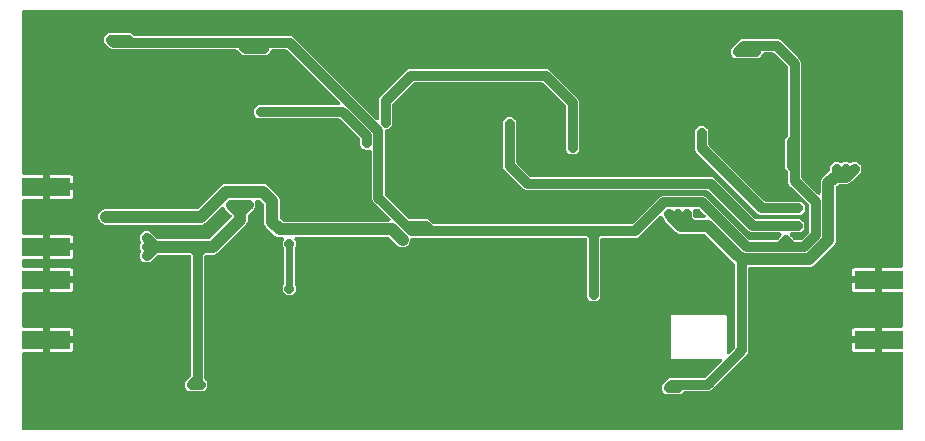
<source format=gbr>
G04 EAGLE Gerber RS-274X export*
G75*
%MOMM*%
%FSLAX34Y34*%
%LPD*%
%INBottom Copper*%
%IPPOS*%
%AMOC8*
5,1,8,0,0,1.08239X$1,22.5*%
G01*
%ADD10R,4.060000X1.520000*%
%ADD11C,6.000000*%
%ADD12P,0.872839X8X22.500000*%
%ADD13C,0.812800*%
%ADD14P,0.818720X8X22.500000*%
%ADD15C,1.016000*%
%ADD16C,0.609600*%

G36*
X664250Y367796D02*
X664250Y367796D01*
X664276Y367794D01*
X664423Y367816D01*
X664570Y367833D01*
X664595Y367841D01*
X664621Y367845D01*
X664759Y367900D01*
X664898Y367950D01*
X664920Y367964D01*
X664945Y367974D01*
X665066Y368059D01*
X665191Y368139D01*
X665209Y368158D01*
X665231Y368173D01*
X665330Y368283D01*
X665433Y368390D01*
X665447Y368412D01*
X665464Y368432D01*
X665536Y368562D01*
X665612Y368689D01*
X665620Y368714D01*
X665633Y368737D01*
X665673Y368880D01*
X665718Y369021D01*
X665720Y369047D01*
X665728Y369072D01*
X665747Y369316D01*
X665747Y432836D01*
X665744Y432862D01*
X665746Y432888D01*
X665724Y433035D01*
X665707Y433182D01*
X665699Y433207D01*
X665695Y433233D01*
X665640Y433371D01*
X665590Y433510D01*
X665576Y433532D01*
X665566Y433557D01*
X665481Y433678D01*
X665401Y433803D01*
X665382Y433821D01*
X665367Y433843D01*
X665257Y433942D01*
X665150Y434045D01*
X665128Y434059D01*
X665108Y434076D01*
X664978Y434148D01*
X664851Y434224D01*
X664826Y434232D01*
X664803Y434245D01*
X664660Y434285D01*
X664519Y434330D01*
X664493Y434332D01*
X664468Y434340D01*
X664224Y434359D01*
X648207Y434359D01*
X648207Y442976D01*
X648204Y443002D01*
X648206Y443028D01*
X648184Y443175D01*
X648167Y443322D01*
X648158Y443347D01*
X648155Y443373D01*
X648100Y443511D01*
X648050Y443650D01*
X648036Y443672D01*
X648026Y443697D01*
X647941Y443818D01*
X647861Y443943D01*
X647842Y443961D01*
X647827Y443983D01*
X647717Y444082D01*
X647610Y444185D01*
X647588Y444199D01*
X647568Y444216D01*
X647438Y444288D01*
X647311Y444364D01*
X647286Y444372D01*
X647263Y444385D01*
X647120Y444425D01*
X646979Y444470D01*
X646953Y444472D01*
X646928Y444480D01*
X646684Y444499D01*
X645159Y444499D01*
X645159Y444501D01*
X646684Y444501D01*
X646710Y444504D01*
X646736Y444502D01*
X646883Y444524D01*
X647030Y444541D01*
X647055Y444550D01*
X647081Y444553D01*
X647219Y444608D01*
X647358Y444658D01*
X647380Y444672D01*
X647405Y444682D01*
X647526Y444767D01*
X647651Y444847D01*
X647669Y444866D01*
X647691Y444881D01*
X647790Y444991D01*
X647893Y445098D01*
X647907Y445120D01*
X647924Y445140D01*
X647996Y445270D01*
X648072Y445397D01*
X648080Y445422D01*
X648093Y445445D01*
X648133Y445588D01*
X648178Y445729D01*
X648180Y445755D01*
X648188Y445780D01*
X648207Y446024D01*
X648207Y454641D01*
X664224Y454641D01*
X664250Y454644D01*
X664276Y454642D01*
X664423Y454664D01*
X664570Y454681D01*
X664595Y454689D01*
X664621Y454693D01*
X664759Y454748D01*
X664898Y454798D01*
X664920Y454812D01*
X664945Y454822D01*
X665066Y454907D01*
X665191Y454987D01*
X665209Y455006D01*
X665231Y455021D01*
X665330Y455131D01*
X665433Y455238D01*
X665447Y455260D01*
X665464Y455280D01*
X665536Y455410D01*
X665612Y455537D01*
X665620Y455562D01*
X665633Y455585D01*
X665673Y455728D01*
X665718Y455869D01*
X665720Y455895D01*
X665728Y455920D01*
X665747Y456164D01*
X665747Y483636D01*
X665744Y483662D01*
X665746Y483688D01*
X665724Y483835D01*
X665707Y483982D01*
X665699Y484007D01*
X665695Y484033D01*
X665640Y484171D01*
X665590Y484310D01*
X665576Y484332D01*
X665566Y484357D01*
X665481Y484478D01*
X665401Y484603D01*
X665382Y484621D01*
X665367Y484643D01*
X665257Y484742D01*
X665150Y484845D01*
X665128Y484859D01*
X665108Y484876D01*
X664978Y484948D01*
X664851Y485024D01*
X664826Y485032D01*
X664803Y485045D01*
X664660Y485085D01*
X664519Y485130D01*
X664493Y485132D01*
X664468Y485140D01*
X664224Y485159D01*
X648207Y485159D01*
X648207Y493776D01*
X648204Y493802D01*
X648206Y493828D01*
X648184Y493975D01*
X648167Y494122D01*
X648158Y494147D01*
X648155Y494173D01*
X648100Y494311D01*
X648050Y494450D01*
X648036Y494472D01*
X648026Y494497D01*
X647941Y494618D01*
X647861Y494743D01*
X647842Y494761D01*
X647827Y494783D01*
X647717Y494882D01*
X647610Y494985D01*
X647588Y494999D01*
X647568Y495016D01*
X647438Y495088D01*
X647311Y495164D01*
X647286Y495172D01*
X647263Y495185D01*
X647120Y495225D01*
X646979Y495270D01*
X646953Y495272D01*
X646928Y495280D01*
X646684Y495299D01*
X645159Y495299D01*
X645159Y495301D01*
X646684Y495301D01*
X646710Y495304D01*
X646736Y495302D01*
X646883Y495324D01*
X647030Y495341D01*
X647055Y495350D01*
X647081Y495353D01*
X647219Y495408D01*
X647358Y495458D01*
X647380Y495472D01*
X647405Y495482D01*
X647526Y495567D01*
X647651Y495647D01*
X647669Y495666D01*
X647691Y495681D01*
X647790Y495791D01*
X647893Y495898D01*
X647907Y495920D01*
X647924Y495940D01*
X647996Y496070D01*
X648072Y496197D01*
X648080Y496222D01*
X648093Y496245D01*
X648133Y496388D01*
X648178Y496529D01*
X648180Y496555D01*
X648188Y496580D01*
X648207Y496824D01*
X648207Y505441D01*
X664224Y505441D01*
X664250Y505444D01*
X664276Y505442D01*
X664423Y505464D01*
X664570Y505481D01*
X664595Y505489D01*
X664621Y505493D01*
X664759Y505548D01*
X664898Y505598D01*
X664920Y505612D01*
X664945Y505622D01*
X665066Y505707D01*
X665191Y505787D01*
X665209Y505806D01*
X665231Y505821D01*
X665330Y505931D01*
X665433Y506038D01*
X665447Y506060D01*
X665464Y506080D01*
X665536Y506210D01*
X665612Y506337D01*
X665620Y506362D01*
X665633Y506385D01*
X665673Y506528D01*
X665718Y506669D01*
X665720Y506695D01*
X665728Y506720D01*
X665747Y506964D01*
X665747Y722204D01*
X665744Y722230D01*
X665746Y722256D01*
X665724Y722403D01*
X665707Y722550D01*
X665699Y722575D01*
X665695Y722601D01*
X665640Y722739D01*
X665590Y722878D01*
X665576Y722900D01*
X665566Y722925D01*
X665481Y723046D01*
X665401Y723171D01*
X665382Y723189D01*
X665367Y723211D01*
X665257Y723310D01*
X665150Y723413D01*
X665128Y723427D01*
X665108Y723444D01*
X664978Y723516D01*
X664851Y723592D01*
X664826Y723600D01*
X664803Y723613D01*
X664660Y723653D01*
X664519Y723698D01*
X664493Y723700D01*
X664468Y723708D01*
X664224Y723727D01*
X-78664Y723727D01*
X-78690Y723724D01*
X-78716Y723726D01*
X-78863Y723704D01*
X-79010Y723687D01*
X-79035Y723679D01*
X-79061Y723675D01*
X-79199Y723620D01*
X-79338Y723570D01*
X-79360Y723556D01*
X-79385Y723546D01*
X-79506Y723461D01*
X-79631Y723381D01*
X-79649Y723362D01*
X-79671Y723347D01*
X-79770Y723237D01*
X-79873Y723130D01*
X-79887Y723108D01*
X-79904Y723088D01*
X-79976Y722958D01*
X-80052Y722831D01*
X-80060Y722806D01*
X-80073Y722783D01*
X-80113Y722640D01*
X-80158Y722499D01*
X-80160Y722473D01*
X-80168Y722448D01*
X-80187Y722204D01*
X-80187Y585704D01*
X-80184Y585678D01*
X-80186Y585652D01*
X-80164Y585505D01*
X-80147Y585358D01*
X-80139Y585333D01*
X-80135Y585307D01*
X-80080Y585169D01*
X-80030Y585030D01*
X-80016Y585008D01*
X-80006Y584983D01*
X-79921Y584862D01*
X-79841Y584737D01*
X-79822Y584719D01*
X-79807Y584697D01*
X-79697Y584598D01*
X-79590Y584495D01*
X-79568Y584481D01*
X-79548Y584464D01*
X-79418Y584392D01*
X-79291Y584316D01*
X-79266Y584308D01*
X-79243Y584295D01*
X-79100Y584255D01*
X-78959Y584210D01*
X-78933Y584208D01*
X-78908Y584200D01*
X-78664Y584181D01*
X-62737Y584181D01*
X-62737Y575564D01*
X-62734Y575538D01*
X-62736Y575512D01*
X-62714Y575365D01*
X-62697Y575218D01*
X-62688Y575193D01*
X-62685Y575167D01*
X-62630Y575029D01*
X-62580Y574890D01*
X-62566Y574868D01*
X-62556Y574843D01*
X-62471Y574722D01*
X-62391Y574597D01*
X-62372Y574579D01*
X-62357Y574557D01*
X-62247Y574458D01*
X-62140Y574355D01*
X-62118Y574341D01*
X-62098Y574324D01*
X-61968Y574252D01*
X-61841Y574176D01*
X-61816Y574168D01*
X-61793Y574155D01*
X-61650Y574115D01*
X-61509Y574070D01*
X-61483Y574068D01*
X-61458Y574060D01*
X-61214Y574041D01*
X-59689Y574041D01*
X-59689Y574039D01*
X-61214Y574039D01*
X-61240Y574036D01*
X-61266Y574038D01*
X-61413Y574016D01*
X-61560Y573999D01*
X-61585Y573990D01*
X-61611Y573987D01*
X-61749Y573932D01*
X-61888Y573882D01*
X-61910Y573868D01*
X-61935Y573858D01*
X-62056Y573773D01*
X-62181Y573693D01*
X-62199Y573674D01*
X-62221Y573659D01*
X-62320Y573549D01*
X-62423Y573442D01*
X-62437Y573420D01*
X-62454Y573400D01*
X-62526Y573270D01*
X-62602Y573143D01*
X-62610Y573118D01*
X-62623Y573095D01*
X-62663Y572952D01*
X-62708Y572811D01*
X-62710Y572785D01*
X-62718Y572760D01*
X-62737Y572516D01*
X-62737Y563899D01*
X-78664Y563899D01*
X-78690Y563896D01*
X-78716Y563898D01*
X-78863Y563876D01*
X-79010Y563859D01*
X-79035Y563851D01*
X-79061Y563847D01*
X-79199Y563792D01*
X-79338Y563742D01*
X-79360Y563728D01*
X-79385Y563718D01*
X-79506Y563633D01*
X-79631Y563553D01*
X-79649Y563534D01*
X-79671Y563519D01*
X-79770Y563409D01*
X-79873Y563302D01*
X-79887Y563280D01*
X-79904Y563260D01*
X-79977Y563130D01*
X-80052Y563003D01*
X-80060Y562978D01*
X-80073Y562955D01*
X-80113Y562812D01*
X-80158Y562671D01*
X-80160Y562645D01*
X-80168Y562620D01*
X-80187Y562376D01*
X-80187Y534904D01*
X-80184Y534878D01*
X-80186Y534852D01*
X-80164Y534705D01*
X-80147Y534558D01*
X-80139Y534533D01*
X-80135Y534507D01*
X-80080Y534369D01*
X-80030Y534230D01*
X-80016Y534208D01*
X-80006Y534183D01*
X-79921Y534062D01*
X-79841Y533937D01*
X-79822Y533919D01*
X-79807Y533897D01*
X-79697Y533798D01*
X-79590Y533695D01*
X-79568Y533681D01*
X-79548Y533664D01*
X-79418Y533592D01*
X-79291Y533516D01*
X-79266Y533508D01*
X-79243Y533495D01*
X-79100Y533455D01*
X-78959Y533410D01*
X-78933Y533408D01*
X-78908Y533400D01*
X-78664Y533381D01*
X-62737Y533381D01*
X-62737Y524764D01*
X-62734Y524738D01*
X-62736Y524712D01*
X-62714Y524565D01*
X-62697Y524418D01*
X-62688Y524393D01*
X-62685Y524367D01*
X-62630Y524229D01*
X-62580Y524090D01*
X-62566Y524068D01*
X-62556Y524043D01*
X-62471Y523922D01*
X-62391Y523797D01*
X-62372Y523779D01*
X-62357Y523757D01*
X-62247Y523658D01*
X-62140Y523555D01*
X-62118Y523541D01*
X-62098Y523524D01*
X-61968Y523452D01*
X-61841Y523376D01*
X-61816Y523368D01*
X-61793Y523355D01*
X-61650Y523315D01*
X-61509Y523270D01*
X-61483Y523268D01*
X-61458Y523260D01*
X-61214Y523241D01*
X-59689Y523241D01*
X-59689Y523239D01*
X-61214Y523239D01*
X-61240Y523236D01*
X-61266Y523238D01*
X-61413Y523216D01*
X-61560Y523199D01*
X-61585Y523190D01*
X-61611Y523187D01*
X-61749Y523132D01*
X-61888Y523082D01*
X-61910Y523068D01*
X-61935Y523058D01*
X-62056Y522973D01*
X-62181Y522893D01*
X-62199Y522874D01*
X-62221Y522859D01*
X-62320Y522749D01*
X-62423Y522642D01*
X-62437Y522620D01*
X-62454Y522600D01*
X-62526Y522470D01*
X-62602Y522343D01*
X-62610Y522318D01*
X-62623Y522295D01*
X-62663Y522152D01*
X-62708Y522011D01*
X-62710Y521985D01*
X-62718Y521960D01*
X-62737Y521716D01*
X-62737Y513099D01*
X-78664Y513099D01*
X-78690Y513096D01*
X-78716Y513098D01*
X-78863Y513076D01*
X-79010Y513059D01*
X-79035Y513051D01*
X-79061Y513047D01*
X-79199Y512992D01*
X-79338Y512942D01*
X-79360Y512928D01*
X-79385Y512918D01*
X-79506Y512833D01*
X-79631Y512753D01*
X-79649Y512734D01*
X-79671Y512719D01*
X-79770Y512609D01*
X-79873Y512502D01*
X-79887Y512480D01*
X-79904Y512460D01*
X-79976Y512330D01*
X-80052Y512203D01*
X-80060Y512178D01*
X-80073Y512155D01*
X-80113Y512012D01*
X-80158Y511871D01*
X-80160Y511845D01*
X-80168Y511820D01*
X-80187Y511576D01*
X-80187Y506964D01*
X-80184Y506938D01*
X-80186Y506912D01*
X-80164Y506765D01*
X-80147Y506618D01*
X-80139Y506593D01*
X-80135Y506567D01*
X-80080Y506429D01*
X-80030Y506290D01*
X-80016Y506268D01*
X-80006Y506243D01*
X-79921Y506122D01*
X-79841Y505997D01*
X-79822Y505979D01*
X-79807Y505957D01*
X-79697Y505858D01*
X-79590Y505755D01*
X-79568Y505741D01*
X-79548Y505724D01*
X-79418Y505652D01*
X-79291Y505576D01*
X-79266Y505568D01*
X-79243Y505555D01*
X-79100Y505515D01*
X-78959Y505470D01*
X-78933Y505468D01*
X-78908Y505460D01*
X-78664Y505441D01*
X-62737Y505441D01*
X-62737Y496824D01*
X-62734Y496798D01*
X-62736Y496772D01*
X-62714Y496625D01*
X-62697Y496478D01*
X-62688Y496453D01*
X-62685Y496427D01*
X-62630Y496289D01*
X-62580Y496150D01*
X-62566Y496128D01*
X-62556Y496103D01*
X-62471Y495982D01*
X-62391Y495857D01*
X-62372Y495839D01*
X-62357Y495817D01*
X-62247Y495718D01*
X-62140Y495615D01*
X-62118Y495601D01*
X-62098Y495584D01*
X-61968Y495512D01*
X-61841Y495436D01*
X-61816Y495428D01*
X-61793Y495415D01*
X-61650Y495375D01*
X-61509Y495330D01*
X-61483Y495328D01*
X-61458Y495320D01*
X-61214Y495301D01*
X-59689Y495301D01*
X-59689Y495299D01*
X-61214Y495299D01*
X-61240Y495296D01*
X-61266Y495298D01*
X-61413Y495276D01*
X-61560Y495259D01*
X-61585Y495250D01*
X-61611Y495247D01*
X-61749Y495192D01*
X-61888Y495142D01*
X-61910Y495128D01*
X-61935Y495118D01*
X-62056Y495033D01*
X-62181Y494953D01*
X-62199Y494934D01*
X-62221Y494919D01*
X-62320Y494809D01*
X-62423Y494702D01*
X-62437Y494680D01*
X-62454Y494660D01*
X-62526Y494530D01*
X-62602Y494403D01*
X-62610Y494378D01*
X-62623Y494355D01*
X-62663Y494212D01*
X-62708Y494071D01*
X-62710Y494045D01*
X-62718Y494020D01*
X-62737Y493776D01*
X-62737Y485159D01*
X-78664Y485159D01*
X-78690Y485156D01*
X-78716Y485158D01*
X-78863Y485136D01*
X-79010Y485119D01*
X-79035Y485111D01*
X-79061Y485107D01*
X-79199Y485052D01*
X-79338Y485002D01*
X-79360Y484988D01*
X-79385Y484978D01*
X-79506Y484893D01*
X-79631Y484813D01*
X-79649Y484794D01*
X-79671Y484779D01*
X-79770Y484669D01*
X-79873Y484562D01*
X-79887Y484540D01*
X-79904Y484520D01*
X-79976Y484390D01*
X-80052Y484263D01*
X-80060Y484238D01*
X-80073Y484215D01*
X-80113Y484072D01*
X-80158Y483931D01*
X-80160Y483905D01*
X-80168Y483880D01*
X-80187Y483636D01*
X-80187Y456164D01*
X-80184Y456138D01*
X-80186Y456112D01*
X-80164Y455965D01*
X-80147Y455818D01*
X-80139Y455793D01*
X-80135Y455767D01*
X-80080Y455629D01*
X-80030Y455490D01*
X-80016Y455468D01*
X-80006Y455443D01*
X-79921Y455322D01*
X-79841Y455197D01*
X-79822Y455179D01*
X-79807Y455157D01*
X-79697Y455058D01*
X-79590Y454955D01*
X-79568Y454941D01*
X-79548Y454924D01*
X-79418Y454852D01*
X-79291Y454776D01*
X-79266Y454768D01*
X-79243Y454755D01*
X-79100Y454715D01*
X-78959Y454670D01*
X-78933Y454668D01*
X-78908Y454660D01*
X-78664Y454641D01*
X-62737Y454641D01*
X-62737Y446024D01*
X-62734Y445998D01*
X-62736Y445972D01*
X-62714Y445825D01*
X-62697Y445678D01*
X-62688Y445653D01*
X-62685Y445627D01*
X-62630Y445489D01*
X-62580Y445350D01*
X-62566Y445328D01*
X-62556Y445303D01*
X-62471Y445182D01*
X-62391Y445057D01*
X-62372Y445039D01*
X-62357Y445017D01*
X-62247Y444918D01*
X-62140Y444815D01*
X-62118Y444801D01*
X-62098Y444784D01*
X-61968Y444712D01*
X-61841Y444636D01*
X-61816Y444628D01*
X-61793Y444615D01*
X-61650Y444575D01*
X-61509Y444530D01*
X-61483Y444528D01*
X-61458Y444520D01*
X-61214Y444501D01*
X-59689Y444501D01*
X-59689Y444499D01*
X-61214Y444499D01*
X-61240Y444496D01*
X-61266Y444498D01*
X-61413Y444476D01*
X-61560Y444459D01*
X-61585Y444450D01*
X-61611Y444447D01*
X-61749Y444392D01*
X-61888Y444342D01*
X-61910Y444328D01*
X-61935Y444318D01*
X-62056Y444233D01*
X-62181Y444153D01*
X-62199Y444134D01*
X-62221Y444119D01*
X-62320Y444009D01*
X-62423Y443902D01*
X-62437Y443880D01*
X-62454Y443860D01*
X-62526Y443730D01*
X-62602Y443603D01*
X-62610Y443578D01*
X-62623Y443555D01*
X-62663Y443412D01*
X-62708Y443271D01*
X-62710Y443245D01*
X-62718Y443220D01*
X-62737Y442976D01*
X-62737Y434359D01*
X-78664Y434359D01*
X-78690Y434356D01*
X-78716Y434358D01*
X-78863Y434336D01*
X-79010Y434319D01*
X-79035Y434311D01*
X-79061Y434307D01*
X-79199Y434252D01*
X-79338Y434202D01*
X-79360Y434188D01*
X-79385Y434178D01*
X-79506Y434093D01*
X-79631Y434013D01*
X-79649Y433994D01*
X-79671Y433979D01*
X-79770Y433869D01*
X-79873Y433762D01*
X-79887Y433740D01*
X-79904Y433720D01*
X-79976Y433590D01*
X-80052Y433463D01*
X-80060Y433438D01*
X-80073Y433415D01*
X-80113Y433272D01*
X-80158Y433131D01*
X-80160Y433105D01*
X-80168Y433080D01*
X-80187Y432836D01*
X-80187Y369316D01*
X-80184Y369290D01*
X-80186Y369264D01*
X-80164Y369117D01*
X-80147Y368970D01*
X-80139Y368945D01*
X-80135Y368919D01*
X-80080Y368781D01*
X-80030Y368642D01*
X-80016Y368620D01*
X-80006Y368595D01*
X-79921Y368474D01*
X-79841Y368349D01*
X-79822Y368331D01*
X-79807Y368309D01*
X-79697Y368210D01*
X-79590Y368107D01*
X-79568Y368093D01*
X-79548Y368076D01*
X-79418Y368004D01*
X-79291Y367928D01*
X-79266Y367920D01*
X-79243Y367907D01*
X-79100Y367867D01*
X-78959Y367822D01*
X-78933Y367820D01*
X-78908Y367812D01*
X-78664Y367793D01*
X664224Y367793D01*
X664250Y367796D01*
G37*
%LPC*%
G36*
X466157Y398271D02*
X466157Y398271D01*
X466116Y398283D01*
X466114Y398283D01*
X466112Y398284D01*
X465868Y398303D01*
X465058Y398303D01*
X464486Y398876D01*
X464484Y398877D01*
X464483Y398879D01*
X464352Y398982D01*
X464266Y399050D01*
X462558Y400759D01*
X462537Y400796D01*
X462535Y400798D01*
X462534Y400800D01*
X462376Y400986D01*
X461803Y401558D01*
X461803Y402368D01*
X461803Y402370D01*
X461803Y402372D01*
X461783Y402544D01*
X461771Y402646D01*
X461771Y405063D01*
X461783Y405104D01*
X461783Y405106D01*
X461784Y405108D01*
X461803Y405352D01*
X461803Y406162D01*
X462376Y406734D01*
X462377Y406736D01*
X462379Y406737D01*
X462482Y406868D01*
X462550Y406954D01*
X466734Y411138D01*
X468788Y411989D01*
X497434Y411989D01*
X497560Y412003D01*
X497686Y412010D01*
X497732Y412023D01*
X497780Y412029D01*
X497899Y412071D01*
X498021Y412106D01*
X498063Y412130D01*
X498108Y412146D01*
X498215Y412215D01*
X498325Y412276D01*
X498371Y412316D01*
X498401Y412335D01*
X498435Y412370D01*
X498511Y412435D01*
X511973Y425897D01*
X512036Y425975D01*
X512105Y426048D01*
X512144Y426112D01*
X512190Y426170D01*
X512233Y426261D01*
X512284Y426347D01*
X512307Y426418D01*
X512339Y426485D01*
X512360Y426583D01*
X512391Y426679D01*
X512397Y426753D01*
X512412Y426826D01*
X512410Y426926D01*
X512419Y427026D01*
X512407Y427100D01*
X512406Y427174D01*
X512382Y427271D01*
X512367Y427371D01*
X512339Y427440D01*
X512321Y427512D01*
X512275Y427602D01*
X512238Y427695D01*
X512196Y427756D01*
X512162Y427822D01*
X512096Y427899D01*
X512039Y427981D01*
X511984Y428031D01*
X511936Y428087D01*
X511855Y428147D01*
X511780Y428214D01*
X511715Y428250D01*
X511655Y428295D01*
X511563Y428334D01*
X511475Y428383D01*
X511404Y428403D01*
X511335Y428433D01*
X511237Y428450D01*
X511140Y428478D01*
X511040Y428486D01*
X510992Y428494D01*
X510957Y428492D01*
X510896Y428497D01*
X469584Y428497D01*
X469137Y428944D01*
X469137Y465136D01*
X469584Y465583D01*
X515936Y465583D01*
X516383Y465136D01*
X516383Y433984D01*
X516394Y433884D01*
X516396Y433784D01*
X516414Y433712D01*
X516423Y433638D01*
X516456Y433543D01*
X516481Y433446D01*
X516515Y433380D01*
X516540Y433310D01*
X516595Y433225D01*
X516641Y433136D01*
X516689Y433079D01*
X516729Y433017D01*
X516801Y432947D01*
X516866Y432870D01*
X516926Y432826D01*
X516980Y432775D01*
X517066Y432723D01*
X517147Y432663D01*
X517215Y432634D01*
X517279Y432596D01*
X517375Y432565D01*
X517467Y432525D01*
X517540Y432512D01*
X517611Y432489D01*
X517711Y432481D01*
X517810Y432464D01*
X517884Y432467D01*
X517958Y432461D01*
X518058Y432476D01*
X518158Y432482D01*
X518229Y432502D01*
X518303Y432513D01*
X518396Y432550D01*
X518493Y432578D01*
X518558Y432614D01*
X518627Y432642D01*
X518709Y432699D01*
X518797Y432748D01*
X518873Y432813D01*
X518913Y432841D01*
X518937Y432867D01*
X518983Y432907D01*
X522946Y436870D01*
X523025Y436969D01*
X523109Y437063D01*
X523133Y437105D01*
X523163Y437143D01*
X523217Y437257D01*
X523278Y437368D01*
X523291Y437414D01*
X523312Y437458D01*
X523338Y437581D01*
X523373Y437703D01*
X523378Y437764D01*
X523385Y437799D01*
X523384Y437847D01*
X523392Y437947D01*
X523392Y508189D01*
X523378Y508315D01*
X523371Y508441D01*
X523358Y508488D01*
X523353Y508536D01*
X523310Y508654D01*
X523275Y508776D01*
X523251Y508818D01*
X523235Y508864D01*
X523166Y508970D01*
X523105Y509080D01*
X523065Y509126D01*
X523046Y509156D01*
X523011Y509190D01*
X522946Y509266D01*
X519974Y512238D01*
X519973Y512240D01*
X519971Y512241D01*
X519838Y512347D01*
X519701Y512455D01*
X519699Y512456D01*
X519698Y512457D01*
X519502Y512557D01*
X498090Y533969D01*
X497991Y534048D01*
X497897Y534132D01*
X497855Y534156D01*
X497817Y534186D01*
X497703Y534240D01*
X497592Y534301D01*
X497546Y534314D01*
X497502Y534335D01*
X497379Y534361D01*
X497257Y534396D01*
X497196Y534401D01*
X497162Y534408D01*
X497114Y534407D01*
X497013Y534415D01*
X476206Y534415D01*
X473779Y535421D01*
X464301Y544899D01*
X463401Y547072D01*
X463400Y547073D01*
X463399Y547075D01*
X463316Y547224D01*
X463231Y547376D01*
X463230Y547378D01*
X463229Y547380D01*
X463071Y547566D01*
X462558Y548079D01*
X462537Y548116D01*
X462535Y548118D01*
X462534Y548120D01*
X462376Y548306D01*
X461635Y549047D01*
X461614Y549063D01*
X461597Y549083D01*
X461478Y549171D01*
X461362Y549264D01*
X461338Y549275D01*
X461317Y549290D01*
X461181Y549349D01*
X461047Y549412D01*
X461021Y549418D01*
X460997Y549428D01*
X460851Y549455D01*
X460706Y549486D01*
X460680Y549485D01*
X460654Y549490D01*
X460505Y549482D01*
X460357Y549480D01*
X460332Y549473D01*
X460306Y549472D01*
X460163Y549431D01*
X460019Y549395D01*
X459996Y549383D01*
X459971Y549376D01*
X459842Y549303D01*
X459710Y549235D01*
X459690Y549218D01*
X459667Y549205D01*
X459481Y549047D01*
X442366Y531932D01*
X440312Y531081D01*
X410972Y531081D01*
X410946Y531078D01*
X410920Y531080D01*
X410773Y531058D01*
X410626Y531041D01*
X410601Y531033D01*
X410575Y531029D01*
X410437Y530974D01*
X410298Y530924D01*
X410276Y530910D01*
X410251Y530900D01*
X410130Y530815D01*
X410005Y530735D01*
X409987Y530716D01*
X409965Y530701D01*
X409866Y530591D01*
X409763Y530484D01*
X409749Y530462D01*
X409732Y530442D01*
X409660Y530312D01*
X409584Y530185D01*
X409576Y530160D01*
X409563Y530137D01*
X409523Y529994D01*
X409478Y529853D01*
X409476Y529827D01*
X409468Y529802D01*
X409449Y529558D01*
X409449Y481397D01*
X409437Y481356D01*
X409437Y481354D01*
X409436Y481352D01*
X409417Y481108D01*
X409417Y480298D01*
X408844Y479726D01*
X408843Y479724D01*
X408841Y479723D01*
X408738Y479592D01*
X408670Y479506D01*
X406961Y477798D01*
X406924Y477777D01*
X406922Y477775D01*
X406920Y477774D01*
X406734Y477616D01*
X406162Y477043D01*
X405352Y477043D01*
X405350Y477043D01*
X405348Y477043D01*
X405173Y477023D01*
X405074Y477011D01*
X402657Y477011D01*
X402616Y477023D01*
X402614Y477023D01*
X402612Y477024D01*
X402368Y477043D01*
X401558Y477043D01*
X400986Y477616D01*
X400984Y477617D01*
X400983Y477619D01*
X400852Y477722D01*
X400766Y477790D01*
X399058Y479499D01*
X399037Y479536D01*
X399035Y479538D01*
X399034Y479540D01*
X398876Y479726D01*
X398303Y480298D01*
X398303Y481108D01*
X398303Y481110D01*
X398303Y481112D01*
X398283Y481285D01*
X398271Y481386D01*
X398271Y529558D01*
X398268Y529584D01*
X398270Y529610D01*
X398248Y529757D01*
X398231Y529904D01*
X398223Y529929D01*
X398219Y529955D01*
X398164Y530093D01*
X398114Y530232D01*
X398100Y530254D01*
X398090Y530279D01*
X398005Y530400D01*
X397925Y530525D01*
X397906Y530543D01*
X397891Y530565D01*
X397781Y530664D01*
X397674Y530767D01*
X397652Y530781D01*
X397632Y530798D01*
X397502Y530870D01*
X397375Y530946D01*
X397350Y530954D01*
X397327Y530967D01*
X397184Y531007D01*
X397043Y531052D01*
X397017Y531054D01*
X396992Y531062D01*
X396748Y531081D01*
X250205Y531081D01*
X250179Y531078D01*
X250153Y531080D01*
X250006Y531058D01*
X249859Y531041D01*
X249834Y531033D01*
X249808Y531029D01*
X249671Y530974D01*
X249531Y530924D01*
X249509Y530910D01*
X249484Y530900D01*
X249363Y530815D01*
X249238Y530735D01*
X249220Y530716D01*
X249198Y530701D01*
X249099Y530591D01*
X248996Y530484D01*
X248982Y530462D01*
X248965Y530442D01*
X248893Y530312D01*
X248817Y530185D01*
X248809Y530160D01*
X248796Y530137D01*
X248756Y529994D01*
X248711Y529853D01*
X248709Y529827D01*
X248702Y529802D01*
X248682Y529558D01*
X248682Y528017D01*
X247676Y525590D01*
X245819Y523732D01*
X243391Y522726D01*
X240763Y522726D01*
X238336Y523732D01*
X231115Y530953D01*
X231016Y531032D01*
X230922Y531116D01*
X230880Y531140D01*
X230842Y531170D01*
X230728Y531224D01*
X230617Y531285D01*
X230570Y531298D01*
X230527Y531319D01*
X230403Y531345D01*
X230281Y531380D01*
X230221Y531385D01*
X230186Y531392D01*
X230138Y531391D01*
X230038Y531399D01*
X151967Y531399D01*
X151867Y531388D01*
X151766Y531386D01*
X151694Y531368D01*
X151620Y531359D01*
X151526Y531325D01*
X151428Y531301D01*
X151362Y531267D01*
X151292Y531242D01*
X151208Y531187D01*
X151119Y531141D01*
X151062Y531093D01*
X150999Y531053D01*
X150930Y530981D01*
X150853Y530916D01*
X150809Y530856D01*
X150757Y530802D01*
X150706Y530716D01*
X150646Y530635D01*
X150617Y530567D01*
X150578Y530503D01*
X150548Y530407D01*
X150508Y530315D01*
X150495Y530242D01*
X150472Y530171D01*
X150464Y530071D01*
X150446Y529972D01*
X150450Y529898D01*
X150444Y529824D01*
X150459Y529724D01*
X150464Y529624D01*
X150485Y529553D01*
X150496Y529479D01*
X150533Y529386D01*
X150561Y529289D01*
X150597Y529224D01*
X150625Y529155D01*
X150682Y529073D01*
X150731Y528985D01*
X150796Y528909D01*
X150824Y528869D01*
X150850Y528845D01*
X150889Y528799D01*
X151607Y528082D01*
X151607Y523478D01*
X151069Y522940D01*
X150990Y522841D01*
X150906Y522748D01*
X150882Y522705D01*
X150852Y522667D01*
X150798Y522553D01*
X150737Y522443D01*
X150724Y522396D01*
X150703Y522352D01*
X150677Y522229D01*
X150642Y522107D01*
X150637Y522046D01*
X150630Y522012D01*
X150631Y521964D01*
X150623Y521863D01*
X150623Y491597D01*
X150637Y491471D01*
X150644Y491345D01*
X150657Y491298D01*
X150663Y491250D01*
X150705Y491131D01*
X150740Y491010D01*
X150764Y490968D01*
X150780Y490922D01*
X150849Y490816D01*
X150910Y490706D01*
X150950Y490659D01*
X150969Y490629D01*
X151004Y490596D01*
X151069Y490520D01*
X151607Y489982D01*
X151607Y485378D01*
X148352Y482123D01*
X143748Y482123D01*
X140493Y485378D01*
X140493Y489982D01*
X141031Y490520D01*
X141110Y490619D01*
X141194Y490712D01*
X141218Y490755D01*
X141248Y490793D01*
X141302Y490907D01*
X141363Y491017D01*
X141376Y491064D01*
X141397Y491108D01*
X141423Y491231D01*
X141458Y491353D01*
X141463Y491414D01*
X141470Y491448D01*
X141469Y491496D01*
X141477Y491597D01*
X141477Y521863D01*
X141463Y521989D01*
X141456Y522115D01*
X141443Y522162D01*
X141437Y522210D01*
X141395Y522329D01*
X141360Y522450D01*
X141336Y522492D01*
X141320Y522538D01*
X141251Y522644D01*
X141190Y522754D01*
X141150Y522801D01*
X141131Y522831D01*
X141096Y522864D01*
X141031Y522940D01*
X140493Y523478D01*
X140493Y528082D01*
X141211Y528799D01*
X141273Y528878D01*
X141343Y528950D01*
X141381Y529014D01*
X141427Y529072D01*
X141470Y529163D01*
X141522Y529249D01*
X141544Y529320D01*
X141576Y529387D01*
X141597Y529485D01*
X141628Y529581D01*
X141634Y529655D01*
X141649Y529728D01*
X141648Y529828D01*
X141656Y529928D01*
X141645Y530002D01*
X141643Y530076D01*
X141619Y530173D01*
X141604Y530273D01*
X141577Y530342D01*
X141558Y530414D01*
X141512Y530503D01*
X141475Y530597D01*
X141433Y530658D01*
X141399Y530724D01*
X141334Y530800D01*
X141276Y530883D01*
X141221Y530933D01*
X141173Y530989D01*
X141092Y531049D01*
X141018Y531116D01*
X140953Y531152D01*
X140893Y531197D01*
X140801Y531236D01*
X140713Y531285D01*
X140641Y531305D01*
X140573Y531335D01*
X140474Y531352D01*
X140377Y531380D01*
X140277Y531388D01*
X140230Y531396D01*
X140194Y531394D01*
X140133Y531399D01*
X136521Y531399D01*
X134093Y532405D01*
X132021Y534477D01*
X128077Y538421D01*
X126005Y540493D01*
X124999Y542921D01*
X124999Y558449D01*
X124985Y558575D01*
X124978Y558701D01*
X124965Y558747D01*
X124959Y558795D01*
X124917Y558914D01*
X124882Y559036D01*
X124858Y559078D01*
X124842Y559124D01*
X124773Y559230D01*
X124712Y559340D01*
X124672Y559386D01*
X124653Y559416D01*
X124618Y559450D01*
X124553Y559526D01*
X121662Y562417D01*
X121563Y562496D01*
X121469Y562580D01*
X121427Y562604D01*
X121389Y562634D01*
X121275Y562688D01*
X121164Y562749D01*
X121118Y562762D01*
X121074Y562783D01*
X120951Y562809D01*
X120829Y562844D01*
X120768Y562849D01*
X120734Y562856D01*
X120686Y562855D01*
X120585Y562863D01*
X118840Y562863D01*
X118814Y562860D01*
X118788Y562862D01*
X118641Y562840D01*
X118494Y562823D01*
X118469Y562815D01*
X118443Y562811D01*
X118305Y562756D01*
X118166Y562706D01*
X118144Y562692D01*
X118119Y562682D01*
X117998Y562597D01*
X117873Y562517D01*
X117855Y562498D01*
X117833Y562483D01*
X117734Y562373D01*
X117631Y562266D01*
X117617Y562244D01*
X117600Y562224D01*
X117528Y562094D01*
X117452Y561967D01*
X117444Y561942D01*
X117431Y561919D01*
X117391Y561776D01*
X117346Y561635D01*
X117344Y561609D01*
X117336Y561584D01*
X117317Y561340D01*
X117317Y560292D01*
X117317Y560290D01*
X117317Y560288D01*
X117337Y560116D01*
X117349Y560014D01*
X117349Y557597D01*
X117337Y557556D01*
X117337Y557554D01*
X117336Y557552D01*
X117317Y557308D01*
X117317Y556498D01*
X116744Y555926D01*
X116743Y555924D01*
X116741Y555923D01*
X116632Y555784D01*
X116570Y555707D01*
X111191Y550327D01*
X111112Y550228D01*
X111028Y550134D01*
X111004Y550092D01*
X110974Y550054D01*
X110920Y549940D01*
X110859Y549829D01*
X110846Y549783D01*
X110825Y549739D01*
X110799Y549616D01*
X110764Y549494D01*
X110759Y549433D01*
X110752Y549398D01*
X110753Y549350D01*
X110745Y549250D01*
X110745Y544786D01*
X109739Y542359D01*
X85021Y517641D01*
X82594Y516635D01*
X75692Y516635D01*
X75666Y516632D01*
X75640Y516634D01*
X75493Y516612D01*
X75346Y516595D01*
X75321Y516587D01*
X75295Y516583D01*
X75157Y516528D01*
X75018Y516478D01*
X74996Y516464D01*
X74971Y516454D01*
X74850Y516369D01*
X74725Y516289D01*
X74707Y516270D01*
X74685Y516255D01*
X74586Y516145D01*
X74483Y516038D01*
X74469Y516016D01*
X74452Y515996D01*
X74380Y515866D01*
X74304Y515739D01*
X74296Y515714D01*
X74283Y515691D01*
X74243Y515548D01*
X74198Y515407D01*
X74196Y515381D01*
X74188Y515356D01*
X74169Y515112D01*
X74169Y411886D01*
X74183Y411760D01*
X74190Y411634D01*
X74203Y411588D01*
X74209Y411540D01*
X74251Y411421D01*
X74286Y411299D01*
X74310Y411257D01*
X74326Y411212D01*
X74395Y411105D01*
X74456Y410995D01*
X74496Y410949D01*
X74515Y410919D01*
X74550Y410885D01*
X74615Y410809D01*
X75922Y409501D01*
X75943Y409464D01*
X75945Y409462D01*
X75946Y409460D01*
X76104Y409274D01*
X76677Y408702D01*
X76677Y407892D01*
X76677Y407890D01*
X76677Y407888D01*
X76698Y407711D01*
X76709Y407614D01*
X76709Y405197D01*
X76697Y405156D01*
X76697Y405154D01*
X76696Y405152D01*
X76677Y404908D01*
X76677Y404098D01*
X76104Y403526D01*
X76103Y403524D01*
X76101Y403523D01*
X75992Y403384D01*
X75930Y403306D01*
X74221Y401598D01*
X74184Y401577D01*
X74182Y401575D01*
X74180Y401574D01*
X73994Y401416D01*
X73422Y400843D01*
X72612Y400843D01*
X72610Y400843D01*
X72608Y400843D01*
X72433Y400823D01*
X72334Y400811D01*
X62297Y400811D01*
X62256Y400823D01*
X62254Y400823D01*
X62252Y400824D01*
X62008Y400843D01*
X61198Y400843D01*
X60626Y401416D01*
X60624Y401417D01*
X60623Y401419D01*
X60492Y401522D01*
X60406Y401590D01*
X58698Y403299D01*
X58677Y403336D01*
X58675Y403338D01*
X58674Y403340D01*
X58516Y403526D01*
X57943Y404098D01*
X57943Y404908D01*
X57943Y404910D01*
X57943Y404912D01*
X57923Y405084D01*
X57911Y405186D01*
X57911Y407603D01*
X57923Y407644D01*
X57923Y407646D01*
X57924Y407648D01*
X57943Y407892D01*
X57943Y408702D01*
X58516Y409274D01*
X58517Y409276D01*
X58519Y409277D01*
X58622Y409408D01*
X58690Y409494D01*
X62545Y413349D01*
X62624Y413448D01*
X62708Y413542D01*
X62732Y413584D01*
X62762Y413622D01*
X62816Y413736D01*
X62877Y413847D01*
X62890Y413893D01*
X62911Y413937D01*
X62937Y414060D01*
X62972Y414182D01*
X62977Y414243D01*
X62984Y414278D01*
X62983Y414326D01*
X62991Y414426D01*
X62991Y515112D01*
X62988Y515138D01*
X62990Y515164D01*
X62968Y515311D01*
X62951Y515458D01*
X62943Y515483D01*
X62939Y515509D01*
X62884Y515647D01*
X62834Y515786D01*
X62820Y515808D01*
X62810Y515833D01*
X62725Y515954D01*
X62645Y516079D01*
X62626Y516097D01*
X62611Y516119D01*
X62501Y516218D01*
X62394Y516321D01*
X62372Y516335D01*
X62352Y516352D01*
X62222Y516424D01*
X62095Y516500D01*
X62070Y516508D01*
X62047Y516521D01*
X61904Y516561D01*
X61763Y516606D01*
X61737Y516608D01*
X61712Y516616D01*
X61468Y516635D01*
X34950Y516635D01*
X34824Y516621D01*
X34698Y516614D01*
X34652Y516601D01*
X34604Y516595D01*
X34485Y516553D01*
X34363Y516518D01*
X34321Y516494D01*
X34276Y516478D01*
X34169Y516409D01*
X34059Y516348D01*
X34013Y516308D01*
X33983Y516289D01*
X33949Y516254D01*
X33873Y516189D01*
X28501Y510818D01*
X28464Y510797D01*
X28462Y510795D01*
X28460Y510794D01*
X28274Y510636D01*
X27702Y510063D01*
X26892Y510063D01*
X26890Y510063D01*
X26888Y510063D01*
X26713Y510043D01*
X26614Y510031D01*
X24197Y510031D01*
X24156Y510043D01*
X24154Y510043D01*
X24152Y510044D01*
X23908Y510063D01*
X23098Y510063D01*
X22526Y510636D01*
X22524Y510637D01*
X22523Y510639D01*
X22384Y510748D01*
X22306Y510810D01*
X20598Y512519D01*
X20577Y512556D01*
X20575Y512558D01*
X20574Y512560D01*
X20416Y512746D01*
X19843Y513318D01*
X19843Y514128D01*
X19843Y514130D01*
X19843Y514132D01*
X19823Y514307D01*
X19811Y514406D01*
X19811Y516823D01*
X19823Y516864D01*
X19823Y516866D01*
X19824Y516868D01*
X19843Y517112D01*
X19843Y517922D01*
X20275Y518353D01*
X20291Y518373D01*
X20311Y518390D01*
X20399Y518510D01*
X20491Y518626D01*
X20502Y518650D01*
X20518Y518671D01*
X20577Y518807D01*
X20640Y518941D01*
X20646Y518967D01*
X20656Y518991D01*
X20682Y519137D01*
X20713Y519282D01*
X20713Y519308D01*
X20718Y519334D01*
X20710Y519482D01*
X20707Y519630D01*
X20701Y519656D01*
X20700Y519682D01*
X20659Y519824D01*
X20622Y519968D01*
X20610Y519992D01*
X20603Y520017D01*
X20531Y520146D01*
X20463Y520278D01*
X20446Y520298D01*
X20433Y520321D01*
X20275Y520507D01*
X19843Y520938D01*
X19843Y521748D01*
X19843Y521750D01*
X19843Y521752D01*
X19823Y521924D01*
X19811Y522026D01*
X19811Y524443D01*
X19823Y524484D01*
X19823Y524486D01*
X19824Y524488D01*
X19843Y524732D01*
X19843Y525542D01*
X20275Y525973D01*
X20291Y525993D01*
X20311Y526010D01*
X20399Y526130D01*
X20491Y526246D01*
X20502Y526270D01*
X20518Y526291D01*
X20577Y526427D01*
X20640Y526561D01*
X20646Y526587D01*
X20656Y526611D01*
X20682Y526757D01*
X20713Y526902D01*
X20713Y526928D01*
X20718Y526954D01*
X20710Y527102D01*
X20707Y527250D01*
X20701Y527276D01*
X20700Y527302D01*
X20659Y527444D01*
X20622Y527588D01*
X20610Y527612D01*
X20603Y527637D01*
X20531Y527766D01*
X20463Y527898D01*
X20446Y527918D01*
X20433Y527941D01*
X20275Y528127D01*
X19843Y528558D01*
X19843Y529368D01*
X19843Y529370D01*
X19843Y529372D01*
X19823Y529547D01*
X19811Y529646D01*
X19811Y532063D01*
X19823Y532104D01*
X19823Y532106D01*
X19824Y532108D01*
X19843Y532352D01*
X19843Y533162D01*
X20416Y533734D01*
X20417Y533736D01*
X20419Y533737D01*
X20528Y533876D01*
X20590Y533954D01*
X22299Y535662D01*
X22336Y535683D01*
X22338Y535685D01*
X22340Y535686D01*
X22526Y535844D01*
X23098Y536417D01*
X23908Y536417D01*
X23910Y536417D01*
X23912Y536417D01*
X24087Y536437D01*
X24186Y536449D01*
X26603Y536449D01*
X26644Y536437D01*
X26646Y536437D01*
X26648Y536436D01*
X26892Y536417D01*
X27702Y536417D01*
X28274Y535844D01*
X28276Y535843D01*
X28277Y535841D01*
X28416Y535732D01*
X28494Y535670D01*
X33873Y530291D01*
X33972Y530212D01*
X34066Y530128D01*
X34108Y530104D01*
X34146Y530074D01*
X34260Y530020D01*
X34371Y529959D01*
X34417Y529946D01*
X34461Y529925D01*
X34584Y529899D01*
X34706Y529864D01*
X34767Y529859D01*
X34802Y529852D01*
X34850Y529853D01*
X34950Y529845D01*
X77913Y529845D01*
X78039Y529859D01*
X78165Y529866D01*
X78211Y529879D01*
X78259Y529885D01*
X78378Y529927D01*
X78500Y529962D01*
X78542Y529986D01*
X78588Y530002D01*
X78694Y530071D01*
X78804Y530132D01*
X78850Y530172D01*
X78880Y530191D01*
X78914Y530226D01*
X78990Y530291D01*
X96981Y548281D01*
X96997Y548302D01*
X97017Y548319D01*
X97105Y548438D01*
X97197Y548554D01*
X97209Y548578D01*
X97224Y548599D01*
X97283Y548735D01*
X97346Y548869D01*
X97352Y548895D01*
X97362Y548919D01*
X97389Y549065D01*
X97420Y549210D01*
X97419Y549236D01*
X97424Y549262D01*
X97416Y549411D01*
X97414Y549559D01*
X97407Y549584D01*
X97406Y549610D01*
X97365Y549753D01*
X97329Y549897D01*
X97317Y549920D01*
X97309Y549945D01*
X97237Y550075D01*
X97169Y550206D01*
X97152Y550226D01*
X97139Y550249D01*
X96981Y550436D01*
X93568Y553848D01*
X91718Y555699D01*
X91697Y555736D01*
X91695Y555738D01*
X91694Y555740D01*
X91536Y555926D01*
X90795Y556667D01*
X90774Y556683D01*
X90757Y556703D01*
X90638Y556791D01*
X90522Y556884D01*
X90498Y556895D01*
X90477Y556910D01*
X90341Y556969D01*
X90207Y557032D01*
X90181Y557038D01*
X90157Y557048D01*
X90011Y557075D01*
X89866Y557106D01*
X89840Y557105D01*
X89814Y557110D01*
X89666Y557102D01*
X89517Y557100D01*
X89492Y557093D01*
X89466Y557092D01*
X89323Y557051D01*
X89179Y557015D01*
X89156Y557003D01*
X89131Y556996D01*
X89001Y556923D01*
X88870Y556855D01*
X88850Y556838D01*
X88827Y556825D01*
X88641Y556667D01*
X75014Y543041D01*
X72587Y542035D01*
X-10204Y542035D01*
X-12631Y543041D01*
X-14489Y544899D01*
X-15495Y547326D01*
X-15495Y549954D01*
X-14489Y552381D01*
X-12631Y554239D01*
X-10204Y555245D01*
X67906Y555245D01*
X68032Y555259D01*
X68158Y555266D01*
X68205Y555279D01*
X68253Y555285D01*
X68372Y555327D01*
X68493Y555362D01*
X68535Y555386D01*
X68581Y555402D01*
X68687Y555471D01*
X68797Y555532D01*
X68844Y555572D01*
X68874Y555591D01*
X68907Y555626D01*
X68983Y555691D01*
X88360Y575067D01*
X90787Y576073D01*
X125266Y576073D01*
X127693Y575067D01*
X137203Y565557D01*
X138209Y563130D01*
X138209Y547601D01*
X138223Y547476D01*
X138230Y547349D01*
X138243Y547303D01*
X138249Y547255D01*
X138291Y547136D01*
X138326Y547014D01*
X138350Y546972D01*
X138366Y546927D01*
X138435Y546821D01*
X138496Y546710D01*
X138536Y546664D01*
X138555Y546634D01*
X138590Y546600D01*
X138655Y546524D01*
X140124Y545055D01*
X140223Y544976D01*
X140317Y544892D01*
X140359Y544868D01*
X140397Y544838D01*
X140511Y544784D01*
X140622Y544723D01*
X140668Y544710D01*
X140712Y544689D01*
X140835Y544663D01*
X140957Y544628D01*
X141018Y544623D01*
X141053Y544616D01*
X141101Y544617D01*
X141201Y544609D01*
X230305Y544609D01*
X230405Y544620D01*
X230506Y544622D01*
X230578Y544640D01*
X230652Y544649D01*
X230746Y544682D01*
X230844Y544707D01*
X230910Y544741D01*
X230980Y544766D01*
X231064Y544821D01*
X231153Y544867D01*
X231210Y544915D01*
X231273Y544955D01*
X231342Y545027D01*
X231419Y545092D01*
X231463Y545152D01*
X231515Y545206D01*
X231566Y545292D01*
X231626Y545373D01*
X231655Y545441D01*
X231694Y545505D01*
X231724Y545601D01*
X231764Y545693D01*
X231777Y545766D01*
X231800Y545837D01*
X231808Y545937D01*
X231826Y546036D01*
X231822Y546110D01*
X231828Y546184D01*
X231813Y546284D01*
X231808Y546384D01*
X231787Y546455D01*
X231776Y546529D01*
X231739Y546622D01*
X231711Y546719D01*
X231675Y546784D01*
X231647Y546853D01*
X231590Y546935D01*
X231541Y547023D01*
X231476Y547099D01*
X231448Y547139D01*
X231422Y547163D01*
X231383Y547209D01*
X218568Y560023D01*
X216614Y561977D01*
X215763Y564032D01*
X215763Y604180D01*
X215760Y604206D01*
X215762Y604232D01*
X215740Y604379D01*
X215723Y604526D01*
X215715Y604551D01*
X215711Y604577D01*
X215656Y604714D01*
X215606Y604854D01*
X215592Y604876D01*
X215582Y604901D01*
X215497Y605022D01*
X215417Y605147D01*
X215398Y605165D01*
X215383Y605187D01*
X215273Y605286D01*
X215166Y605389D01*
X215144Y605403D01*
X215124Y605420D01*
X214994Y605492D01*
X214867Y605568D01*
X214842Y605576D01*
X214819Y605589D01*
X214676Y605629D01*
X214535Y605674D01*
X214509Y605676D01*
X214484Y605684D01*
X214240Y605703D01*
X213192Y605703D01*
X213190Y605703D01*
X213188Y605703D01*
X213016Y605683D01*
X212914Y605671D01*
X210497Y605671D01*
X210456Y605683D01*
X210454Y605683D01*
X210452Y605684D01*
X210208Y605703D01*
X209398Y605703D01*
X208826Y606276D01*
X208824Y606277D01*
X208823Y606279D01*
X208692Y606382D01*
X208606Y606450D01*
X206898Y608159D01*
X206877Y608196D01*
X206875Y608198D01*
X206874Y608200D01*
X206716Y608386D01*
X206143Y608958D01*
X206143Y609768D01*
X206143Y609770D01*
X206143Y609772D01*
X206123Y609944D01*
X206111Y610046D01*
X206111Y614034D01*
X206097Y614160D01*
X206090Y614286D01*
X206077Y614332D01*
X206071Y614380D01*
X206029Y614499D01*
X205994Y614621D01*
X205970Y614663D01*
X205954Y614708D01*
X205885Y614815D01*
X205824Y614925D01*
X205784Y614971D01*
X205765Y615001D01*
X205730Y615035D01*
X205665Y615111D01*
X189271Y631505D01*
X189172Y631584D01*
X189078Y631668D01*
X189036Y631692D01*
X188998Y631722D01*
X188884Y631776D01*
X188773Y631837D01*
X188727Y631850D01*
X188683Y631871D01*
X188560Y631897D01*
X188438Y631932D01*
X188377Y631937D01*
X188342Y631944D01*
X188294Y631943D01*
X188194Y631951D01*
X120717Y631951D01*
X120676Y631963D01*
X120674Y631963D01*
X120672Y631964D01*
X120428Y631983D01*
X119618Y631983D01*
X119046Y632556D01*
X119044Y632557D01*
X119043Y632559D01*
X118912Y632662D01*
X118826Y632730D01*
X117118Y634439D01*
X117097Y634476D01*
X117095Y634478D01*
X117094Y634480D01*
X116936Y634666D01*
X116363Y635238D01*
X116363Y636048D01*
X116363Y636050D01*
X116363Y636052D01*
X116343Y636224D01*
X116331Y636326D01*
X116331Y638743D01*
X116343Y638784D01*
X116343Y638786D01*
X116344Y638788D01*
X116363Y639032D01*
X116363Y639842D01*
X116936Y640414D01*
X116937Y640416D01*
X116939Y640417D01*
X117042Y640548D01*
X117110Y640634D01*
X118819Y642342D01*
X118856Y642363D01*
X118858Y642365D01*
X118860Y642366D01*
X119046Y642524D01*
X119618Y643097D01*
X120428Y643097D01*
X120430Y643097D01*
X120432Y643097D01*
X120604Y643117D01*
X120706Y643129D01*
X187620Y643129D01*
X187720Y643140D01*
X187820Y643142D01*
X187892Y643160D01*
X187966Y643169D01*
X188061Y643202D01*
X188158Y643227D01*
X188224Y643261D01*
X188294Y643286D01*
X188379Y643341D01*
X188468Y643387D01*
X188525Y643435D01*
X188587Y643475D01*
X188657Y643547D01*
X188734Y643612D01*
X188778Y643672D01*
X188829Y643726D01*
X188881Y643812D01*
X188941Y643893D01*
X188970Y643961D01*
X189008Y644025D01*
X189039Y644121D01*
X189079Y644213D01*
X189092Y644286D01*
X189115Y644357D01*
X189123Y644457D01*
X189140Y644556D01*
X189137Y644630D01*
X189143Y644704D01*
X189128Y644804D01*
X189122Y644904D01*
X189102Y644975D01*
X189091Y645049D01*
X189054Y645142D01*
X189026Y645239D01*
X188990Y645304D01*
X188962Y645373D01*
X188905Y645455D01*
X188856Y645543D01*
X188791Y645619D01*
X188763Y645659D01*
X188737Y645683D01*
X188697Y645729D01*
X144501Y689925D01*
X144402Y690004D01*
X144308Y690088D01*
X144266Y690112D01*
X144228Y690142D01*
X144114Y690196D01*
X144003Y690257D01*
X143957Y690270D01*
X143913Y690291D01*
X143790Y690317D01*
X143668Y690352D01*
X143607Y690357D01*
X143572Y690364D01*
X143524Y690363D01*
X143424Y690371D01*
X131540Y690371D01*
X131514Y690368D01*
X131488Y690370D01*
X131341Y690348D01*
X131194Y690331D01*
X131169Y690323D01*
X131143Y690319D01*
X131005Y690264D01*
X130866Y690214D01*
X130844Y690200D01*
X130819Y690190D01*
X130698Y690105D01*
X130573Y690025D01*
X130555Y690006D01*
X130533Y689991D01*
X130434Y689881D01*
X130331Y689774D01*
X130317Y689752D01*
X130300Y689732D01*
X130228Y689602D01*
X130152Y689475D01*
X130144Y689450D01*
X130131Y689427D01*
X130091Y689284D01*
X130046Y689143D01*
X130044Y689117D01*
X130036Y689092D01*
X130017Y688848D01*
X130017Y688578D01*
X129444Y688006D01*
X129443Y688004D01*
X129441Y688003D01*
X129338Y687872D01*
X129270Y687786D01*
X127561Y686078D01*
X127524Y686057D01*
X127522Y686055D01*
X127520Y686054D01*
X127334Y685896D01*
X126762Y685323D01*
X125952Y685323D01*
X125950Y685323D01*
X125948Y685323D01*
X125776Y685303D01*
X125674Y685291D01*
X108017Y685291D01*
X107976Y685303D01*
X107974Y685303D01*
X107972Y685304D01*
X107728Y685323D01*
X106918Y685323D01*
X106346Y685896D01*
X106344Y685897D01*
X106343Y685899D01*
X106212Y686002D01*
X106126Y686070D01*
X102271Y689925D01*
X102172Y690004D01*
X102078Y690088D01*
X102036Y690112D01*
X101998Y690142D01*
X101884Y690196D01*
X101773Y690257D01*
X101727Y690270D01*
X101683Y690291D01*
X101560Y690317D01*
X101438Y690352D01*
X101377Y690357D01*
X101342Y690364D01*
X101294Y690363D01*
X101194Y690371D01*
X-3652Y690371D01*
X-5706Y691222D01*
X-9882Y695399D01*
X-9903Y695436D01*
X-9905Y695438D01*
X-9906Y695440D01*
X-10064Y695626D01*
X-10637Y696198D01*
X-10637Y697008D01*
X-10637Y697010D01*
X-10637Y697012D01*
X-10657Y697184D01*
X-10669Y697286D01*
X-10669Y699703D01*
X-10657Y699744D01*
X-10657Y699746D01*
X-10656Y699748D01*
X-10637Y699992D01*
X-10637Y700802D01*
X-10064Y701374D01*
X-10063Y701376D01*
X-10061Y701377D01*
X-9958Y701508D01*
X-9890Y701594D01*
X-8181Y703302D01*
X-8144Y703323D01*
X-8142Y703325D01*
X-8140Y703326D01*
X-7954Y703484D01*
X-7382Y704057D01*
X-6572Y704057D01*
X-6570Y704057D01*
X-6568Y704057D01*
X-6396Y704077D01*
X-6294Y704089D01*
X11363Y704089D01*
X11404Y704077D01*
X11406Y704077D01*
X11408Y704076D01*
X11652Y704057D01*
X12462Y704057D01*
X13034Y703484D01*
X13036Y703483D01*
X13037Y703481D01*
X13168Y703378D01*
X13254Y703310D01*
X14569Y701995D01*
X14668Y701916D01*
X14762Y701832D01*
X14804Y701808D01*
X14842Y701778D01*
X14956Y701724D01*
X15067Y701663D01*
X15113Y701650D01*
X15157Y701629D01*
X15280Y701603D01*
X15402Y701568D01*
X15463Y701563D01*
X15498Y701556D01*
X15546Y701557D01*
X15646Y701549D01*
X147482Y701549D01*
X149536Y700698D01*
X151322Y698912D01*
X219531Y630703D01*
X219609Y630640D01*
X219682Y630571D01*
X219746Y630532D01*
X219804Y630486D01*
X219895Y630443D01*
X219981Y630392D01*
X220052Y630369D01*
X220119Y630337D01*
X220217Y630316D01*
X220313Y630285D01*
X220387Y630279D01*
X220460Y630264D01*
X220560Y630266D01*
X220660Y630257D01*
X220734Y630269D01*
X220808Y630270D01*
X220905Y630294D01*
X221005Y630309D01*
X221074Y630337D01*
X221146Y630355D01*
X221236Y630401D01*
X221329Y630438D01*
X221390Y630480D01*
X221456Y630514D01*
X221533Y630580D01*
X221615Y630637D01*
X221665Y630692D01*
X221721Y630740D01*
X221781Y630821D01*
X221848Y630896D01*
X221884Y630961D01*
X221929Y631021D01*
X221968Y631113D01*
X222017Y631201D01*
X222037Y631272D01*
X222067Y631341D01*
X222084Y631439D01*
X222112Y631536D01*
X222120Y631636D01*
X222128Y631684D01*
X222126Y631719D01*
X222131Y631780D01*
X222131Y647932D01*
X222982Y649986D01*
X245754Y672758D01*
X247808Y673609D01*
X364332Y673609D01*
X366386Y672758D01*
X390818Y648326D01*
X391669Y646272D01*
X391669Y605857D01*
X391657Y605816D01*
X391657Y605814D01*
X391656Y605812D01*
X391637Y605568D01*
X391637Y604758D01*
X391064Y604186D01*
X391063Y604184D01*
X391061Y604183D01*
X390958Y604052D01*
X390890Y603966D01*
X389181Y602258D01*
X389144Y602237D01*
X389142Y602235D01*
X389140Y602234D01*
X388954Y602076D01*
X388382Y601503D01*
X387572Y601503D01*
X387570Y601503D01*
X387568Y601503D01*
X387396Y601483D01*
X387294Y601471D01*
X384877Y601471D01*
X384836Y601483D01*
X384834Y601483D01*
X384832Y601484D01*
X384588Y601503D01*
X383778Y601503D01*
X383206Y602076D01*
X383204Y602077D01*
X383203Y602079D01*
X383072Y602182D01*
X382986Y602250D01*
X381278Y603959D01*
X381257Y603996D01*
X381255Y603998D01*
X381254Y604000D01*
X381096Y604186D01*
X380523Y604758D01*
X380523Y605568D01*
X380523Y605570D01*
X380523Y605572D01*
X380504Y605738D01*
X380491Y605846D01*
X380491Y642214D01*
X380477Y642340D01*
X380470Y642466D01*
X380457Y642512D01*
X380451Y642560D01*
X380409Y642679D01*
X380374Y642801D01*
X380350Y642843D01*
X380334Y642888D01*
X380265Y642995D01*
X380204Y643105D01*
X380164Y643151D01*
X380145Y643181D01*
X380110Y643215D01*
X380045Y643291D01*
X361351Y661985D01*
X361252Y662064D01*
X361158Y662148D01*
X361116Y662172D01*
X361078Y662202D01*
X360964Y662256D01*
X360853Y662317D01*
X360807Y662330D01*
X360763Y662351D01*
X360640Y662377D01*
X360518Y662412D01*
X360457Y662417D01*
X360422Y662424D01*
X360374Y662423D01*
X360274Y662431D01*
X251866Y662431D01*
X251740Y662417D01*
X251614Y662410D01*
X251568Y662397D01*
X251520Y662391D01*
X251401Y662349D01*
X251279Y662314D01*
X251237Y662290D01*
X251192Y662274D01*
X251085Y662205D01*
X250975Y662144D01*
X250929Y662104D01*
X250899Y662085D01*
X250865Y662050D01*
X250789Y661985D01*
X233755Y644951D01*
X233676Y644852D01*
X233592Y644758D01*
X233568Y644716D01*
X233538Y644678D01*
X233484Y644564D01*
X233423Y644453D01*
X233410Y644407D01*
X233389Y644363D01*
X233363Y644240D01*
X233328Y644118D01*
X233323Y644057D01*
X233316Y644022D01*
X233317Y643974D01*
X233309Y643874D01*
X233309Y627057D01*
X233297Y627016D01*
X233297Y627014D01*
X233296Y627012D01*
X233277Y626768D01*
X233277Y625958D01*
X232704Y625386D01*
X232703Y625384D01*
X232701Y625383D01*
X232590Y625242D01*
X232530Y625166D01*
X230821Y623458D01*
X230784Y623437D01*
X230782Y623435D01*
X230780Y623434D01*
X230694Y623361D01*
X230681Y623352D01*
X230666Y623337D01*
X230594Y623276D01*
X230022Y622703D01*
X229212Y622703D01*
X229210Y622703D01*
X229208Y622703D01*
X229033Y622683D01*
X228934Y622671D01*
X228464Y622671D01*
X228438Y622668D01*
X228412Y622670D01*
X228265Y622648D01*
X228118Y622631D01*
X228093Y622623D01*
X228067Y622619D01*
X227929Y622564D01*
X227790Y622514D01*
X227768Y622500D01*
X227743Y622490D01*
X227622Y622405D01*
X227497Y622325D01*
X227479Y622306D01*
X227457Y622291D01*
X227358Y622181D01*
X227255Y622074D01*
X227241Y622052D01*
X227224Y622032D01*
X227152Y621902D01*
X227076Y621775D01*
X227068Y621750D01*
X227055Y621727D01*
X227015Y621584D01*
X226970Y621443D01*
X226968Y621417D01*
X226960Y621392D01*
X226941Y621148D01*
X226941Y568089D01*
X226955Y567964D01*
X226962Y567837D01*
X226975Y567791D01*
X226981Y567743D01*
X227023Y567624D01*
X227058Y567502D01*
X227082Y567460D01*
X227098Y567415D01*
X227167Y567309D01*
X227228Y567198D01*
X227268Y567152D01*
X227287Y567122D01*
X227322Y567088D01*
X227387Y567012D01*
X247344Y547055D01*
X247443Y546976D01*
X247537Y546892D01*
X247579Y546868D01*
X247617Y546838D01*
X247731Y546784D01*
X247842Y546723D01*
X247888Y546710D01*
X247932Y546689D01*
X248056Y546663D01*
X248177Y546628D01*
X248238Y546623D01*
X248273Y546616D01*
X248321Y546617D01*
X248421Y546609D01*
X262732Y546609D01*
X263133Y546443D01*
X263135Y546442D01*
X263136Y546441D01*
X263301Y546395D01*
X263468Y546347D01*
X263470Y546347D01*
X263472Y546346D01*
X263715Y546327D01*
X263818Y546327D01*
X263891Y546254D01*
X263892Y546253D01*
X263894Y546251D01*
X264036Y546139D01*
X264164Y546038D01*
X264165Y546037D01*
X264167Y546035D01*
X264385Y545924D01*
X264786Y545758D01*
X267839Y542705D01*
X267938Y542626D01*
X268032Y542542D01*
X268074Y542518D01*
X268112Y542488D01*
X268226Y542434D01*
X268337Y542373D01*
X268383Y542360D01*
X268427Y542339D01*
X268550Y542313D01*
X268672Y542278D01*
X268733Y542273D01*
X268768Y542266D01*
X268816Y542267D01*
X268916Y542259D01*
X436254Y542259D01*
X436380Y542273D01*
X436506Y542280D01*
X436552Y542293D01*
X436600Y542299D01*
X436719Y542341D01*
X436841Y542376D01*
X436883Y542400D01*
X436928Y542416D01*
X437035Y542485D01*
X437145Y542546D01*
X437191Y542586D01*
X437221Y542605D01*
X437255Y542640D01*
X437331Y542705D01*
X458410Y563783D01*
X458410Y563784D01*
X460196Y565570D01*
X462250Y566421D01*
X496767Y566421D01*
X498821Y565570D01*
X530502Y533888D01*
X530504Y533887D01*
X530505Y533886D01*
X530645Y533775D01*
X530775Y533672D01*
X530777Y533671D01*
X530779Y533670D01*
X530974Y533570D01*
X535269Y529275D01*
X535368Y529196D01*
X535462Y529112D01*
X535504Y529088D01*
X535542Y529058D01*
X535656Y529004D01*
X535767Y528943D01*
X535813Y528930D01*
X535857Y528909D01*
X535980Y528883D01*
X536102Y528848D01*
X536163Y528843D01*
X536198Y528836D01*
X536246Y528837D01*
X536346Y528829D01*
X558394Y528829D01*
X558520Y528843D01*
X558646Y528850D01*
X558692Y528863D01*
X558740Y528869D01*
X558859Y528911D01*
X558981Y528946D01*
X559023Y528970D01*
X559068Y528986D01*
X559175Y529055D01*
X559285Y529116D01*
X559331Y529156D01*
X559361Y529175D01*
X559395Y529210D01*
X559471Y529275D01*
X560417Y530221D01*
X560496Y530320D01*
X560580Y530414D01*
X560604Y530456D01*
X560634Y530494D01*
X560688Y530608D01*
X560749Y530719D01*
X560762Y530765D01*
X560783Y530809D01*
X560809Y530932D01*
X560844Y531054D01*
X560846Y531080D01*
X561436Y531670D01*
X561437Y531672D01*
X561439Y531673D01*
X561548Y531812D01*
X561610Y531889D01*
X562551Y532831D01*
X562614Y532910D01*
X562683Y532982D01*
X562722Y533046D01*
X562768Y533104D01*
X562811Y533195D01*
X562862Y533281D01*
X562885Y533352D01*
X562917Y533419D01*
X562938Y533517D01*
X562969Y533613D01*
X562975Y533687D01*
X562990Y533760D01*
X562988Y533860D01*
X562997Y533960D01*
X562985Y534034D01*
X562984Y534108D01*
X562960Y534205D01*
X562945Y534305D01*
X562917Y534374D01*
X562899Y534446D01*
X562853Y534535D01*
X562816Y534629D01*
X562774Y534690D01*
X562740Y534756D01*
X562674Y534832D01*
X562617Y534915D01*
X562562Y534965D01*
X562514Y535021D01*
X562433Y535081D01*
X562358Y535148D01*
X562293Y535184D01*
X562233Y535229D01*
X562141Y535268D01*
X562053Y535317D01*
X561982Y535337D01*
X561913Y535367D01*
X561815Y535384D01*
X561718Y535412D01*
X561618Y535420D01*
X561570Y535428D01*
X561535Y535426D01*
X561474Y535431D01*
X537368Y535431D01*
X535314Y536282D01*
X501051Y570545D01*
X500952Y570624D01*
X500858Y570708D01*
X500816Y570732D01*
X500778Y570762D01*
X500664Y570816D01*
X500553Y570877D01*
X500507Y570890D01*
X500463Y570911D01*
X500340Y570937D01*
X500218Y570972D01*
X500157Y570977D01*
X500122Y570984D01*
X500074Y570983D01*
X499974Y570991D01*
X346868Y570991D01*
X344814Y571842D01*
X328002Y588654D01*
X327151Y590708D01*
X327151Y628583D01*
X327163Y628624D01*
X327163Y628626D01*
X327164Y628628D01*
X327183Y628872D01*
X327183Y629682D01*
X327756Y630254D01*
X327757Y630256D01*
X327759Y630257D01*
X327822Y630337D01*
X327872Y630389D01*
X327900Y630435D01*
X327930Y630474D01*
X329639Y632182D01*
X329676Y632203D01*
X329678Y632205D01*
X329680Y632206D01*
X329866Y632364D01*
X330438Y632937D01*
X331248Y632937D01*
X331250Y632937D01*
X331252Y632937D01*
X331424Y632957D01*
X331526Y632969D01*
X333943Y632969D01*
X333984Y632957D01*
X333986Y632957D01*
X333988Y632956D01*
X334232Y632937D01*
X335042Y632937D01*
X335614Y632364D01*
X335616Y632363D01*
X335617Y632361D01*
X335748Y632258D01*
X335834Y632190D01*
X337542Y630481D01*
X337563Y630444D01*
X337565Y630442D01*
X337566Y630440D01*
X337658Y630332D01*
X337675Y630308D01*
X337690Y630294D01*
X337724Y630254D01*
X338297Y629682D01*
X338297Y628872D01*
X338297Y628870D01*
X338297Y628868D01*
X338317Y628694D01*
X338329Y628594D01*
X338329Y594766D01*
X338343Y594640D01*
X338350Y594514D01*
X338363Y594468D01*
X338369Y594420D01*
X338411Y594301D01*
X338446Y594179D01*
X338470Y594137D01*
X338486Y594092D01*
X338514Y594048D01*
X338519Y594036D01*
X338556Y593983D01*
X338616Y593875D01*
X338656Y593829D01*
X338675Y593799D01*
X338702Y593772D01*
X338718Y593750D01*
X338739Y593731D01*
X338775Y593689D01*
X349849Y582615D01*
X349948Y582536D01*
X350042Y582452D01*
X350084Y582428D01*
X350122Y582398D01*
X350236Y582344D01*
X350347Y582283D01*
X350393Y582270D01*
X350437Y582249D01*
X350560Y582223D01*
X350682Y582188D01*
X350743Y582183D01*
X350778Y582176D01*
X350826Y582177D01*
X350926Y582169D01*
X504032Y582169D01*
X506086Y581318D01*
X540349Y547055D01*
X540448Y546976D01*
X540542Y546892D01*
X540584Y546868D01*
X540622Y546838D01*
X540736Y546784D01*
X540847Y546723D01*
X540893Y546710D01*
X540937Y546689D01*
X541060Y546663D01*
X541182Y546628D01*
X541243Y546623D01*
X541278Y546616D01*
X541326Y546617D01*
X541426Y546609D01*
X577783Y546609D01*
X577824Y546597D01*
X577826Y546597D01*
X577828Y546596D01*
X578072Y546577D01*
X578882Y546577D01*
X579454Y546004D01*
X579456Y546003D01*
X579457Y546001D01*
X579588Y545898D01*
X579674Y545830D01*
X581382Y544121D01*
X581403Y544084D01*
X581405Y544082D01*
X581406Y544080D01*
X581564Y543894D01*
X582137Y543322D01*
X582137Y542512D01*
X582137Y542510D01*
X582137Y542508D01*
X582157Y542336D01*
X582169Y542234D01*
X582169Y539817D01*
X582157Y539776D01*
X582157Y539774D01*
X582156Y539772D01*
X582137Y539528D01*
X582137Y538718D01*
X581564Y538146D01*
X581563Y538144D01*
X581561Y538143D01*
X581458Y538012D01*
X581390Y537926D01*
X579681Y536218D01*
X579644Y536197D01*
X579642Y536195D01*
X579640Y536194D01*
X579454Y536036D01*
X578882Y535463D01*
X578072Y535463D01*
X578070Y535463D01*
X578068Y535463D01*
X577896Y535443D01*
X577794Y535431D01*
X571366Y535431D01*
X571266Y535420D01*
X571166Y535418D01*
X571094Y535400D01*
X571020Y535391D01*
X570925Y535357D01*
X570828Y535333D01*
X570762Y535299D01*
X570692Y535274D01*
X570607Y535219D01*
X570518Y535173D01*
X570461Y535125D01*
X570399Y535085D01*
X570329Y535013D01*
X570252Y534948D01*
X570208Y534888D01*
X570157Y534834D01*
X570105Y534748D01*
X570045Y534667D01*
X570016Y534599D01*
X569978Y534535D01*
X569947Y534439D01*
X569907Y534347D01*
X569894Y534274D01*
X569871Y534203D01*
X569863Y534103D01*
X569846Y534004D01*
X569849Y533930D01*
X569843Y533856D01*
X569858Y533756D01*
X569864Y533656D01*
X569884Y533585D01*
X569895Y533511D01*
X569932Y533418D01*
X569960Y533321D01*
X569996Y533256D01*
X570024Y533187D01*
X570081Y533105D01*
X570130Y533017D01*
X570195Y532941D01*
X570223Y532901D01*
X570249Y532877D01*
X570289Y532831D01*
X571223Y531897D01*
X571243Y531860D01*
X571245Y531858D01*
X571246Y531856D01*
X571404Y531670D01*
X571996Y531078D01*
X571998Y531046D01*
X572011Y531000D01*
X572017Y530952D01*
X572059Y530833D01*
X572094Y530711D01*
X572118Y530669D01*
X572134Y530624D01*
X572203Y530517D01*
X572264Y530407D01*
X572304Y530361D01*
X572323Y530331D01*
X572358Y530297D01*
X572423Y530221D01*
X573369Y529275D01*
X573468Y529196D01*
X573562Y529112D01*
X573604Y529088D01*
X573642Y529058D01*
X573756Y529004D01*
X573867Y528943D01*
X573913Y528930D01*
X573957Y528909D01*
X574080Y528883D01*
X574202Y528848D01*
X574263Y528843D01*
X574298Y528836D01*
X574346Y528837D01*
X574446Y528829D01*
X578714Y528829D01*
X578840Y528843D01*
X578966Y528850D01*
X579012Y528863D01*
X579060Y528869D01*
X579179Y528911D01*
X579301Y528946D01*
X579343Y528970D01*
X579388Y528986D01*
X579495Y529055D01*
X579605Y529116D01*
X579651Y529156D01*
X579681Y529175D01*
X579715Y529210D01*
X579791Y529275D01*
X585785Y535269D01*
X585864Y535368D01*
X585948Y535462D01*
X585972Y535504D01*
X586002Y535542D01*
X586056Y535656D01*
X586117Y535767D01*
X586130Y535813D01*
X586151Y535857D01*
X586177Y535980D01*
X586212Y536102D01*
X586217Y536163D01*
X586224Y536198D01*
X586223Y536246D01*
X586231Y536346D01*
X586231Y558394D01*
X586217Y558520D01*
X586210Y558646D01*
X586197Y558692D01*
X586191Y558740D01*
X586149Y558859D01*
X586114Y558981D01*
X586090Y559023D01*
X586074Y559068D01*
X586005Y559175D01*
X585944Y559285D01*
X585904Y559331D01*
X585885Y559361D01*
X585850Y559395D01*
X585785Y559471D01*
X571089Y574168D01*
X571088Y574168D01*
X569302Y575954D01*
X568451Y578008D01*
X568451Y586334D01*
X568437Y586460D01*
X568430Y586586D01*
X568417Y586632D01*
X568411Y586680D01*
X568369Y586799D01*
X568334Y586921D01*
X568310Y586963D01*
X568294Y587008D01*
X568225Y587115D01*
X568164Y587225D01*
X568124Y587271D01*
X568105Y587301D01*
X568070Y587335D01*
X568005Y587411D01*
X566762Y588654D01*
X565911Y590708D01*
X565911Y613252D01*
X566762Y615306D01*
X568005Y616549D01*
X568071Y616631D01*
X568117Y616680D01*
X568127Y616696D01*
X568168Y616742D01*
X568192Y616784D01*
X568222Y616822D01*
X568276Y616936D01*
X568337Y617047D01*
X568350Y617093D01*
X568371Y617137D01*
X568397Y617260D01*
X568432Y617382D01*
X568437Y617443D01*
X568444Y617478D01*
X568443Y617526D01*
X568451Y617626D01*
X568451Y675234D01*
X568437Y675360D01*
X568430Y675486D01*
X568417Y675532D01*
X568411Y675580D01*
X568369Y675699D01*
X568334Y675821D01*
X568310Y675863D01*
X568294Y675908D01*
X568225Y676015D01*
X568164Y676125D01*
X568124Y676171D01*
X568105Y676201D01*
X568070Y676235D01*
X568005Y676311D01*
X556931Y687385D01*
X556832Y687464D01*
X556738Y687548D01*
X556696Y687572D01*
X556658Y687602D01*
X556544Y687656D01*
X556433Y687717D01*
X556387Y687730D01*
X556343Y687751D01*
X556220Y687777D01*
X556098Y687812D01*
X556037Y687817D01*
X556002Y687824D01*
X555954Y687823D01*
X555854Y687831D01*
X548100Y687831D01*
X548074Y687828D01*
X548048Y687830D01*
X547901Y687808D01*
X547754Y687791D01*
X547729Y687783D01*
X547703Y687779D01*
X547565Y687724D01*
X547426Y687674D01*
X547404Y687660D01*
X547379Y687650D01*
X547258Y687565D01*
X547133Y687485D01*
X547115Y687466D01*
X547093Y687451D01*
X546994Y687341D01*
X546891Y687234D01*
X546877Y687212D01*
X546860Y687192D01*
X546788Y687062D01*
X546712Y686935D01*
X546704Y686910D01*
X546691Y686887D01*
X546651Y686744D01*
X546606Y686603D01*
X546604Y686577D01*
X546596Y686552D01*
X546577Y686308D01*
X546577Y686038D01*
X546004Y685466D01*
X546003Y685464D01*
X546001Y685463D01*
X545888Y685320D01*
X545830Y685246D01*
X544121Y683538D01*
X544084Y683517D01*
X544082Y683515D01*
X544080Y683514D01*
X543894Y683356D01*
X543322Y682783D01*
X542512Y682783D01*
X542510Y682783D01*
X542508Y682783D01*
X542333Y682763D01*
X542234Y682751D01*
X524577Y682751D01*
X524536Y682763D01*
X524534Y682763D01*
X524532Y682764D01*
X524288Y682783D01*
X523478Y682783D01*
X522906Y683356D01*
X522904Y683357D01*
X522903Y683359D01*
X522772Y683462D01*
X522686Y683530D01*
X520978Y685239D01*
X520957Y685276D01*
X520955Y685278D01*
X520954Y685280D01*
X520796Y685466D01*
X520223Y686038D01*
X520223Y686848D01*
X520223Y686850D01*
X520223Y686852D01*
X520203Y687024D01*
X520191Y687126D01*
X520191Y689543D01*
X520203Y689584D01*
X520203Y689586D01*
X520204Y689588D01*
X520223Y689832D01*
X520223Y690642D01*
X520796Y691214D01*
X520797Y691216D01*
X520799Y691217D01*
X520867Y691303D01*
X520882Y691319D01*
X520890Y691333D01*
X520902Y691348D01*
X520970Y691434D01*
X522828Y693292D01*
X522829Y693292D01*
X525908Y696371D01*
X527694Y698158D01*
X529748Y699009D01*
X559912Y699009D01*
X561966Y698158D01*
X563752Y696372D01*
X563752Y696371D01*
X576991Y683132D01*
X576992Y683132D01*
X578778Y681346D01*
X579629Y679292D01*
X579629Y582066D01*
X579643Y581940D01*
X579650Y581814D01*
X579663Y581768D01*
X579669Y581720D01*
X579711Y581601D01*
X579746Y581479D01*
X579770Y581437D01*
X579786Y581392D01*
X579855Y581285D01*
X579916Y581175D01*
X579956Y581129D01*
X579975Y581099D01*
X580010Y581065D01*
X580075Y580989D01*
X593283Y567781D01*
X593361Y567718D01*
X593434Y567649D01*
X593458Y567634D01*
X593472Y567621D01*
X593511Y567600D01*
X593556Y567564D01*
X593647Y567521D01*
X593733Y567470D01*
X593765Y567459D01*
X593777Y567453D01*
X593813Y567443D01*
X593871Y567415D01*
X593969Y567394D01*
X594065Y567363D01*
X594105Y567360D01*
X594112Y567358D01*
X594150Y567355D01*
X594212Y567342D01*
X594297Y567343D01*
X594356Y567338D01*
X594360Y567338D01*
X594366Y567339D01*
X594412Y567335D01*
X594486Y567347D01*
X594560Y567348D01*
X594657Y567372D01*
X594671Y567374D01*
X594706Y567378D01*
X594712Y567380D01*
X594757Y567387D01*
X594826Y567415D01*
X594898Y567433D01*
X594988Y567479D01*
X594994Y567481D01*
X595034Y567496D01*
X595041Y567500D01*
X595081Y567516D01*
X595142Y567558D01*
X595208Y567592D01*
X595284Y567657D01*
X595327Y567685D01*
X595334Y567692D01*
X595367Y567715D01*
X595417Y567770D01*
X595473Y567818D01*
X595530Y567895D01*
X595569Y567936D01*
X595576Y567946D01*
X595600Y567974D01*
X595636Y568039D01*
X595681Y568099D01*
X595716Y568181D01*
X595748Y568235D01*
X595753Y568250D01*
X595769Y568279D01*
X595789Y568350D01*
X595819Y568419D01*
X595833Y568501D01*
X595854Y568567D01*
X595856Y568587D01*
X595864Y568614D01*
X595872Y568714D01*
X595880Y568762D01*
X595878Y568797D01*
X595883Y568858D01*
X595883Y578402D01*
X596889Y580829D01*
X603447Y587388D01*
X603495Y587421D01*
X603561Y587494D01*
X603634Y587560D01*
X603677Y587623D01*
X603728Y587680D01*
X603776Y587766D01*
X603832Y587846D01*
X603860Y587918D01*
X603897Y587985D01*
X603924Y588079D01*
X603960Y588171D01*
X603971Y588246D01*
X603992Y588320D01*
X604004Y588469D01*
X604010Y588515D01*
X604009Y588535D01*
X604011Y588564D01*
X604011Y590483D01*
X604023Y590524D01*
X604023Y590526D01*
X604024Y590528D01*
X604043Y590772D01*
X604043Y591582D01*
X604616Y592154D01*
X604617Y592156D01*
X604619Y592157D01*
X604686Y592242D01*
X604749Y592308D01*
X604784Y592367D01*
X604790Y592374D01*
X606499Y594082D01*
X606536Y594103D01*
X606538Y594105D01*
X606540Y594106D01*
X606726Y594264D01*
X607298Y594837D01*
X608108Y594837D01*
X608110Y594837D01*
X608112Y594837D01*
X608284Y594857D01*
X608386Y594869D01*
X610803Y594869D01*
X610844Y594857D01*
X610846Y594857D01*
X610848Y594856D01*
X611092Y594837D01*
X611902Y594837D01*
X612333Y594405D01*
X612353Y594389D01*
X612370Y594369D01*
X612489Y594281D01*
X612606Y594189D01*
X612630Y594178D01*
X612651Y594162D01*
X612787Y594103D01*
X612921Y594040D01*
X612947Y594034D01*
X612971Y594024D01*
X613117Y593998D01*
X613262Y593967D01*
X613288Y593967D01*
X613314Y593962D01*
X613462Y593970D01*
X613610Y593973D01*
X613636Y593979D01*
X613662Y593980D01*
X613804Y594021D01*
X613948Y594058D01*
X613971Y594070D01*
X613997Y594077D01*
X614126Y594149D01*
X614258Y594217D01*
X614278Y594234D01*
X614301Y594247D01*
X614487Y594405D01*
X614918Y594837D01*
X615728Y594837D01*
X615730Y594837D01*
X615732Y594837D01*
X615904Y594857D01*
X616006Y594869D01*
X618423Y594869D01*
X618464Y594857D01*
X618466Y594857D01*
X618468Y594856D01*
X618712Y594837D01*
X619522Y594837D01*
X619953Y594405D01*
X619973Y594389D01*
X619990Y594369D01*
X620109Y594281D01*
X620226Y594189D01*
X620250Y594178D01*
X620271Y594162D01*
X620407Y594103D01*
X620541Y594040D01*
X620567Y594034D01*
X620591Y594024D01*
X620737Y593998D01*
X620882Y593967D01*
X620908Y593967D01*
X620934Y593962D01*
X621082Y593970D01*
X621230Y593973D01*
X621256Y593979D01*
X621282Y593980D01*
X621424Y594021D01*
X621568Y594058D01*
X621591Y594070D01*
X621617Y594077D01*
X621746Y594149D01*
X621878Y594217D01*
X621898Y594234D01*
X621921Y594247D01*
X622107Y594405D01*
X622538Y594837D01*
X623348Y594837D01*
X623350Y594837D01*
X623352Y594837D01*
X623524Y594857D01*
X623626Y594869D01*
X626043Y594869D01*
X626084Y594857D01*
X626086Y594857D01*
X626088Y594856D01*
X626332Y594837D01*
X627142Y594837D01*
X627714Y594264D01*
X627716Y594263D01*
X627717Y594261D01*
X627848Y594158D01*
X627934Y594090D01*
X629642Y592381D01*
X629663Y592344D01*
X629665Y592342D01*
X629666Y592340D01*
X629735Y592259D01*
X629757Y592227D01*
X629779Y592207D01*
X629824Y592154D01*
X630397Y591582D01*
X630397Y590772D01*
X630397Y590770D01*
X630397Y590768D01*
X630417Y590594D01*
X630429Y590494D01*
X630429Y588077D01*
X630417Y588036D01*
X630417Y588034D01*
X630416Y588032D01*
X630397Y587788D01*
X630397Y586978D01*
X629824Y586406D01*
X629823Y586404D01*
X629821Y586403D01*
X629716Y586269D01*
X629650Y586186D01*
X622172Y578709D01*
X622172Y578708D01*
X620386Y576922D01*
X618332Y576071D01*
X611443Y576071D01*
X611317Y576057D01*
X611191Y576050D01*
X611145Y576037D01*
X611096Y576031D01*
X610977Y575989D01*
X610856Y575954D01*
X610814Y575930D01*
X610768Y575914D01*
X610662Y575845D01*
X610552Y575784D01*
X610506Y575744D01*
X610476Y575725D01*
X610442Y575690D01*
X610366Y575625D01*
X609539Y574798D01*
X609460Y574699D01*
X609376Y574605D01*
X609352Y574563D01*
X609322Y574525D01*
X609268Y574411D01*
X609207Y574300D01*
X609194Y574254D01*
X609173Y574210D01*
X609147Y574087D01*
X609112Y573965D01*
X609107Y573905D01*
X609100Y573870D01*
X609101Y573821D01*
X609093Y573721D01*
X609093Y527667D01*
X608087Y525240D01*
X589820Y506973D01*
X587393Y505967D01*
X536093Y505967D01*
X536067Y505964D01*
X536041Y505966D01*
X535894Y505944D01*
X535747Y505927D01*
X535722Y505919D01*
X535696Y505915D01*
X535558Y505860D01*
X535419Y505810D01*
X535397Y505796D01*
X535372Y505786D01*
X535251Y505701D01*
X535126Y505621D01*
X535108Y505602D01*
X535086Y505587D01*
X534987Y505477D01*
X534884Y505370D01*
X534870Y505348D01*
X534853Y505328D01*
X534781Y505198D01*
X534705Y505071D01*
X534697Y505046D01*
X534684Y505023D01*
X534644Y504880D01*
X534599Y504739D01*
X534597Y504713D01*
X534589Y504688D01*
X534570Y504444D01*
X534570Y434794D01*
X534565Y434782D01*
X534564Y434780D01*
X534563Y434778D01*
X534515Y434607D01*
X534469Y434447D01*
X534469Y434445D01*
X534468Y434443D01*
X534449Y434199D01*
X534449Y433768D01*
X533598Y431714D01*
X503546Y401662D01*
X501492Y400811D01*
X480466Y400811D01*
X480340Y400797D01*
X480214Y400790D01*
X480168Y400777D01*
X480120Y400771D01*
X480001Y400729D01*
X479879Y400694D01*
X479837Y400670D01*
X479792Y400654D01*
X479685Y400585D01*
X479575Y400524D01*
X479529Y400484D01*
X479499Y400465D01*
X479465Y400430D01*
X479389Y400365D01*
X478081Y399058D01*
X478044Y399037D01*
X478042Y399035D01*
X478040Y399034D01*
X477854Y398876D01*
X477282Y398303D01*
X476472Y398303D01*
X476470Y398303D01*
X476468Y398303D01*
X476296Y398283D01*
X476194Y398271D01*
X466157Y398271D01*
G37*
%LPD*%
%LPC*%
G36*
X545228Y550431D02*
X545228Y550431D01*
X543174Y551282D01*
X490562Y603894D01*
X489711Y605948D01*
X489711Y620963D01*
X489723Y621004D01*
X489723Y621006D01*
X489724Y621008D01*
X489743Y621252D01*
X489743Y622062D01*
X490316Y622634D01*
X490317Y622636D01*
X490319Y622637D01*
X490382Y622717D01*
X490435Y622773D01*
X490466Y622823D01*
X490490Y622854D01*
X492199Y624562D01*
X492236Y624583D01*
X492238Y624585D01*
X492240Y624586D01*
X492426Y624744D01*
X492998Y625317D01*
X493808Y625317D01*
X493810Y625317D01*
X493812Y625317D01*
X493984Y625337D01*
X494086Y625349D01*
X496503Y625349D01*
X496544Y625337D01*
X496546Y625337D01*
X496548Y625336D01*
X496792Y625317D01*
X497602Y625317D01*
X498174Y624744D01*
X498176Y624743D01*
X498177Y624741D01*
X498308Y624638D01*
X498394Y624570D01*
X500102Y622861D01*
X500123Y622824D01*
X500125Y622822D01*
X500126Y622820D01*
X500212Y622719D01*
X500231Y622692D01*
X500249Y622675D01*
X500284Y622634D01*
X500857Y622062D01*
X500857Y621252D01*
X500857Y621250D01*
X500857Y621248D01*
X500877Y621074D01*
X500889Y620974D01*
X500889Y610006D01*
X500903Y609880D01*
X500910Y609754D01*
X500923Y609708D01*
X500929Y609660D01*
X500971Y609541D01*
X501006Y609419D01*
X501030Y609377D01*
X501046Y609332D01*
X501086Y609270D01*
X501086Y609269D01*
X501090Y609264D01*
X501115Y609225D01*
X501176Y609115D01*
X501216Y609069D01*
X501235Y609039D01*
X501269Y609006D01*
X501285Y608983D01*
X501301Y608968D01*
X501335Y608929D01*
X548209Y562055D01*
X548308Y561976D01*
X548402Y561892D01*
X548444Y561868D01*
X548482Y561838D01*
X548596Y561784D01*
X548707Y561723D01*
X548753Y561710D01*
X548797Y561689D01*
X548920Y561663D01*
X549042Y561628D01*
X549103Y561623D01*
X549138Y561616D01*
X549186Y561617D01*
X549286Y561609D01*
X578226Y561609D01*
X578267Y561597D01*
X578269Y561597D01*
X578271Y561596D01*
X578515Y561577D01*
X579324Y561577D01*
X579897Y561004D01*
X579899Y561003D01*
X579900Y561001D01*
X580031Y560898D01*
X580116Y560830D01*
X581825Y559121D01*
X581846Y559084D01*
X581847Y559082D01*
X581848Y559080D01*
X582007Y558894D01*
X582579Y558322D01*
X582579Y557512D01*
X582580Y557510D01*
X582579Y557508D01*
X582601Y557326D01*
X582611Y557234D01*
X582611Y554817D01*
X582600Y554776D01*
X582600Y554774D01*
X582599Y554772D01*
X582579Y554528D01*
X582579Y553718D01*
X582007Y553146D01*
X582005Y553144D01*
X582004Y553143D01*
X581937Y553059D01*
X581912Y553032D01*
X581897Y553008D01*
X581833Y552926D01*
X580124Y551218D01*
X580087Y551197D01*
X580085Y551195D01*
X580083Y551194D01*
X579897Y551036D01*
X579324Y550463D01*
X578515Y550463D01*
X578513Y550463D01*
X578510Y550463D01*
X578338Y550443D01*
X578237Y550431D01*
X545228Y550431D01*
G37*
%LPD*%
%LPC*%
G36*
X622319Y498347D02*
X622319Y498347D01*
X622319Y503235D01*
X622492Y503881D01*
X622827Y504460D01*
X623300Y504933D01*
X623879Y505268D01*
X624525Y505441D01*
X642113Y505441D01*
X642113Y498347D01*
X622319Y498347D01*
G37*
%LPD*%
%LPC*%
G36*
X622319Y447547D02*
X622319Y447547D01*
X622319Y452435D01*
X622492Y453081D01*
X622827Y453660D01*
X623300Y454133D01*
X623879Y454468D01*
X624525Y454641D01*
X642113Y454641D01*
X642113Y447547D01*
X622319Y447547D01*
G37*
%LPD*%
%LPC*%
G36*
X-56643Y577087D02*
X-56643Y577087D01*
X-56643Y584181D01*
X-39055Y584181D01*
X-38409Y584008D01*
X-37830Y583673D01*
X-37357Y583200D01*
X-37022Y582621D01*
X-36849Y581975D01*
X-36849Y577087D01*
X-56643Y577087D01*
G37*
%LPD*%
%LPC*%
G36*
X-56643Y526287D02*
X-56643Y526287D01*
X-56643Y533381D01*
X-39055Y533381D01*
X-38409Y533208D01*
X-37830Y532873D01*
X-37357Y532400D01*
X-37022Y531821D01*
X-36849Y531175D01*
X-36849Y526287D01*
X-56643Y526287D01*
G37*
%LPD*%
%LPC*%
G36*
X-56643Y498347D02*
X-56643Y498347D01*
X-56643Y505441D01*
X-39055Y505441D01*
X-38409Y505268D01*
X-37830Y504933D01*
X-37357Y504460D01*
X-37022Y503881D01*
X-36849Y503235D01*
X-36849Y498347D01*
X-56643Y498347D01*
G37*
%LPD*%
%LPC*%
G36*
X-56643Y447547D02*
X-56643Y447547D01*
X-56643Y454641D01*
X-39055Y454641D01*
X-38409Y454468D01*
X-37830Y454133D01*
X-37357Y453660D01*
X-37022Y453081D01*
X-36849Y452435D01*
X-36849Y447547D01*
X-56643Y447547D01*
G37*
%LPD*%
%LPC*%
G36*
X624525Y485159D02*
X624525Y485159D01*
X623879Y485332D01*
X623300Y485667D01*
X622827Y486140D01*
X622492Y486719D01*
X622319Y487365D01*
X622319Y492253D01*
X642113Y492253D01*
X642113Y485159D01*
X624525Y485159D01*
G37*
%LPD*%
%LPC*%
G36*
X624525Y434359D02*
X624525Y434359D01*
X623879Y434532D01*
X623300Y434867D01*
X622827Y435340D01*
X622492Y435919D01*
X622319Y436565D01*
X622319Y441453D01*
X642113Y441453D01*
X642113Y434359D01*
X624525Y434359D01*
G37*
%LPD*%
%LPC*%
G36*
X-56643Y563899D02*
X-56643Y563899D01*
X-56643Y570993D01*
X-36849Y570993D01*
X-36849Y566105D01*
X-37022Y565459D01*
X-37357Y564880D01*
X-37830Y564407D01*
X-38409Y564072D01*
X-39055Y563899D01*
X-56643Y563899D01*
G37*
%LPD*%
%LPC*%
G36*
X-56643Y513099D02*
X-56643Y513099D01*
X-56643Y520193D01*
X-36849Y520193D01*
X-36849Y515305D01*
X-37022Y514659D01*
X-37357Y514080D01*
X-37830Y513607D01*
X-38409Y513272D01*
X-39055Y513099D01*
X-56643Y513099D01*
G37*
%LPD*%
%LPC*%
G36*
X-56643Y485159D02*
X-56643Y485159D01*
X-56643Y492253D01*
X-36849Y492253D01*
X-36849Y487365D01*
X-37022Y486719D01*
X-37357Y486140D01*
X-37830Y485667D01*
X-38409Y485332D01*
X-39055Y485159D01*
X-56643Y485159D01*
G37*
%LPD*%
%LPC*%
G36*
X-56643Y434359D02*
X-56643Y434359D01*
X-56643Y441453D01*
X-36849Y441453D01*
X-36849Y436565D01*
X-37022Y435919D01*
X-37357Y435340D01*
X-37830Y434867D01*
X-38409Y434532D01*
X-39055Y434359D01*
X-56643Y434359D01*
G37*
%LPD*%
G36*
X497381Y547636D02*
X497381Y547636D01*
X497481Y547638D01*
X497553Y547656D01*
X497627Y547665D01*
X497722Y547698D01*
X497819Y547723D01*
X497885Y547757D01*
X497955Y547782D01*
X498040Y547837D01*
X498129Y547883D01*
X498186Y547931D01*
X498248Y547971D01*
X498318Y548043D01*
X498394Y548108D01*
X498439Y548168D01*
X498490Y548222D01*
X498542Y548308D01*
X498602Y548389D01*
X498631Y548457D01*
X498669Y548521D01*
X498700Y548617D01*
X498740Y548709D01*
X498753Y548782D01*
X498775Y548853D01*
X498783Y548953D01*
X498801Y549052D01*
X498797Y549126D01*
X498803Y549200D01*
X498788Y549300D01*
X498783Y549400D01*
X498763Y549471D01*
X498752Y549545D01*
X498715Y549638D01*
X498687Y549735D01*
X498650Y549800D01*
X498623Y549869D01*
X498566Y549951D01*
X498517Y550039D01*
X498452Y550115D01*
X498424Y550155D01*
X498398Y550179D01*
X498358Y550225D01*
X493786Y554797D01*
X493687Y554876D01*
X493593Y554960D01*
X493551Y554984D01*
X493513Y555014D01*
X493399Y555068D01*
X493288Y555129D01*
X493242Y555142D01*
X493198Y555163D01*
X493075Y555189D01*
X492953Y555224D01*
X492892Y555229D01*
X492857Y555236D01*
X492809Y555235D01*
X492709Y555243D01*
X489680Y555243D01*
X489654Y555240D01*
X489628Y555242D01*
X489481Y555220D01*
X489334Y555203D01*
X489309Y555195D01*
X489283Y555191D01*
X489145Y555136D01*
X489006Y555086D01*
X488984Y555072D01*
X488959Y555062D01*
X488838Y554977D01*
X488713Y554897D01*
X488695Y554878D01*
X488673Y554863D01*
X488574Y554753D01*
X488471Y554646D01*
X488457Y554624D01*
X488440Y554604D01*
X488368Y554474D01*
X488292Y554347D01*
X488284Y554322D01*
X488271Y554299D01*
X488231Y554156D01*
X488186Y554015D01*
X488184Y553989D01*
X488176Y553964D01*
X488157Y553720D01*
X488157Y552672D01*
X488157Y552670D01*
X488157Y552668D01*
X488177Y552496D01*
X488189Y552394D01*
X488189Y549148D01*
X488192Y549122D01*
X488190Y549096D01*
X488212Y548949D01*
X488229Y548802D01*
X488237Y548777D01*
X488241Y548751D01*
X488296Y548613D01*
X488346Y548474D01*
X488360Y548452D01*
X488370Y548427D01*
X488455Y548306D01*
X488535Y548181D01*
X488554Y548163D01*
X488569Y548141D01*
X488679Y548042D01*
X488786Y547939D01*
X488808Y547925D01*
X488828Y547908D01*
X488958Y547836D01*
X489085Y547760D01*
X489110Y547752D01*
X489133Y547739D01*
X489276Y547699D01*
X489417Y547654D01*
X489443Y547652D01*
X489468Y547644D01*
X489712Y547625D01*
X497281Y547625D01*
X497381Y547636D01*
G37*
D10*
X-59690Y495300D03*
X-59690Y444500D03*
X-59690Y574040D03*
X-59690Y523240D03*
X645160Y495300D03*
X645160Y444500D03*
D11*
X-49530Y398780D03*
X633730Y398780D03*
X633730Y693420D03*
X-49530Y693420D03*
D12*
X-68580Y589280D03*
X-53340Y589280D03*
X-30480Y520700D03*
X-30480Y495300D03*
X-30480Y508000D03*
X-30480Y444500D03*
X-30480Y431800D03*
X617220Y444500D03*
X617220Y495300D03*
X645160Y510540D03*
X617220Y510540D03*
X617220Y457200D03*
X617220Y431800D03*
X660400Y627380D03*
X660400Y619760D03*
X660400Y609600D03*
X660400Y601980D03*
X660400Y571500D03*
X647700Y581660D03*
X589280Y581660D03*
X571500Y566420D03*
X444500Y680720D03*
X482600Y678180D03*
X459740Y614680D03*
X553720Y619760D03*
X586740Y657860D03*
X452120Y635000D03*
X505460Y619760D03*
X358140Y678180D03*
X309880Y683260D03*
X312420Y657860D03*
X337820Y647700D03*
X312420Y581660D03*
X281940Y581660D03*
X256540Y568960D03*
X203200Y568960D03*
X210820Y599440D03*
X142240Y568960D03*
X170180Y568960D03*
X132080Y624840D03*
X132080Y607060D03*
X15240Y718820D03*
X55880Y685800D03*
X60960Y655320D03*
X60960Y635000D03*
X60960Y609600D03*
X66040Y563880D03*
X81280Y683260D03*
X86360Y652780D03*
X132080Y680720D03*
X-74930Y622300D03*
X-74930Y607060D03*
X-20320Y589280D03*
X5080Y586740D03*
X48260Y579120D03*
X-5080Y574040D03*
X45720Y502920D03*
X45720Y482600D03*
X3810Y480060D03*
X76200Y535940D03*
X142240Y548640D03*
X170180Y548640D03*
X203200Y548640D03*
X129540Y464820D03*
X99060Y414020D03*
X58420Y457200D03*
X55880Y419100D03*
X7620Y373380D03*
X68580Y373380D03*
X71120Y718820D03*
X208280Y718820D03*
X254000Y718820D03*
X325120Y718820D03*
X407670Y718820D03*
X505460Y718820D03*
X604520Y718820D03*
X137160Y373380D03*
X203200Y373380D03*
X287020Y373380D03*
X408940Y373380D03*
X353060Y386080D03*
X485140Y373380D03*
X551180Y378460D03*
X589280Y459740D03*
X215900Y683260D03*
X175260Y683260D03*
X279400Y679450D03*
X599440Y480060D03*
X551180Y459740D03*
X538480Y431800D03*
X518160Y408940D03*
X472440Y393700D03*
X452120Y414020D03*
X452120Y492760D03*
X457200Y477520D03*
X393700Y548640D03*
X416560Y548640D03*
X426720Y497840D03*
X368300Y495300D03*
X350520Y495300D03*
X322580Y548640D03*
X300990Y516890D03*
X298450Y494030D03*
X306070Y482600D03*
X288290Y472440D03*
X306070Y462280D03*
X349250Y434340D03*
X374650Y434340D03*
X351790Y414020D03*
X384810Y414020D03*
X420370Y414020D03*
X420370Y462280D03*
X306070Y414020D03*
X275590Y414020D03*
X237490Y414020D03*
X186690Y414020D03*
X143510Y414020D03*
X209550Y472440D03*
X222250Y452120D03*
X181610Y438150D03*
X3810Y459740D03*
X86360Y604520D03*
X88900Y495300D03*
X523240Y599440D03*
X500380Y525780D03*
X548640Y497840D03*
X246380Y492760D03*
X495300Y529590D03*
X204470Y504190D03*
X101600Y525780D03*
X116840Y546100D03*
X242570Y441960D03*
X474980Y496570D03*
X553720Y480060D03*
X0Y655320D03*
X177800Y599440D03*
X195580Y660400D03*
X579120Y429260D03*
X10160Y416560D03*
X-31750Y563880D03*
X45720Y619760D03*
X411480Y657860D03*
X533400Y670560D03*
X558800Y406400D03*
X307340Y393700D03*
X233680Y393700D03*
X137160Y393700D03*
X396240Y393700D03*
X576580Y701040D03*
X-5080Y528320D03*
X226060Y525780D03*
X581660Y500380D03*
X127000Y718820D03*
X231140Y665480D03*
X358140Y629920D03*
X350520Y607060D03*
X381000Y586740D03*
X411480Y586740D03*
X241300Y635000D03*
X411480Y617220D03*
X231140Y568960D03*
X292100Y607060D03*
X289560Y632460D03*
X403860Y482600D03*
X541020Y688340D03*
X571500Y594360D03*
X571500Y601980D03*
X533400Y688340D03*
X525780Y688340D03*
D13*
X558800Y693420D02*
X574040Y678180D01*
X530860Y693420D02*
X525780Y688340D01*
X530860Y693420D02*
X558800Y693420D01*
X533400Y688340D02*
X525780Y688340D01*
X533400Y688340D02*
X541020Y688340D01*
X463362Y560832D02*
X439200Y536670D01*
D12*
X2540Y698500D03*
X10160Y698500D03*
X-5080Y698500D03*
X109220Y690880D03*
X116840Y690880D03*
X124460Y690880D03*
D13*
X-2540Y695960D02*
X-5080Y698500D01*
X-2540Y695960D02*
X106680Y695960D01*
X10160Y698500D02*
X-5080Y698500D01*
X106680Y693420D02*
X109220Y690880D01*
X106680Y693420D02*
X106680Y695960D01*
X119380Y695960D01*
X124460Y690880D01*
X116840Y690880D02*
X109220Y690880D01*
X116840Y690880D02*
X124460Y690880D01*
X146370Y695960D02*
X221352Y620978D01*
X146370Y695960D02*
X119380Y695960D01*
X463362Y560832D02*
X495655Y560832D01*
X527659Y528828D01*
D12*
X566420Y528796D03*
D13*
X527812Y528828D02*
X527659Y528828D01*
X581660Y523240D02*
X591820Y533400D01*
X533400Y523240D02*
X527812Y528828D01*
X533400Y523240D02*
X561340Y523240D01*
X571500Y523240D01*
X581660Y523240D01*
X591820Y533400D02*
X591820Y561340D01*
X574040Y579120D01*
X566420Y528320D02*
X571500Y523240D01*
X566420Y528320D02*
X566420Y528796D01*
X566420Y528320D02*
X561340Y523240D01*
X407670Y536670D02*
X400050Y536670D01*
X407670Y536670D02*
X439200Y536670D01*
D12*
X571500Y609600D03*
D13*
X574040Y614680D02*
X574040Y678180D01*
X574040Y614680D02*
X574040Y589280D01*
X574040Y579120D01*
X571500Y594360D02*
X571500Y609600D01*
X571500Y612140D01*
X574040Y614680D01*
X571500Y594360D02*
X571500Y591820D01*
X574040Y589280D01*
X403860Y532860D02*
X403860Y482600D01*
X403860Y532860D02*
X407670Y536670D01*
X403860Y532860D02*
X400050Y536670D01*
X221520Y564975D02*
X221520Y565880D01*
X265970Y536670D02*
X400050Y536670D01*
X265970Y536670D02*
X249825Y536670D01*
X245928Y540568D01*
X245475Y541020D01*
X221520Y564975D01*
X221352Y565143D02*
X221352Y620978D01*
X221352Y565143D02*
X221520Y564975D01*
D14*
X261620Y541020D03*
X254000Y541020D03*
D13*
X253548Y540568D01*
X245928Y540568D01*
X245475Y541020D02*
X261620Y541020D01*
X265970Y536670D01*
D12*
X96520Y558800D03*
X25400Y530860D03*
X25400Y523240D03*
X25400Y515620D03*
D13*
X25400Y523240D02*
X33020Y523240D01*
X25400Y530860D01*
X33020Y523240D02*
X25400Y515620D01*
D12*
X609600Y589280D03*
X617220Y589280D03*
X624840Y589280D03*
X467360Y551180D03*
X474980Y551180D03*
X482600Y551180D03*
D13*
X477520Y541020D02*
X487680Y541020D01*
X500380Y541020D01*
X477520Y541020D02*
X474980Y551180D01*
X482600Y551180D02*
X482600Y546100D01*
X487680Y541020D01*
X617220Y581660D02*
X624840Y589280D01*
X617220Y589280D02*
X617220Y586740D01*
X612140Y581660D01*
X609600Y584200D02*
X609600Y589280D01*
X609600Y584200D02*
X607060Y581660D01*
X617220Y581660D01*
D15*
X523240Y518160D02*
X500380Y541020D01*
X63500Y523240D02*
X33020Y523240D01*
D12*
X104140Y558800D03*
X111760Y558800D03*
D15*
X73660Y523240D02*
X63500Y523240D01*
X73660Y523240D02*
X81280Y523240D01*
X104140Y546100D02*
X104140Y551180D01*
X104140Y546100D02*
X81280Y523240D01*
D13*
X104140Y551180D02*
X96520Y558800D01*
X104140Y551180D02*
X107950Y554990D01*
X111760Y558800D01*
X107950Y554990D02*
X104140Y558800D01*
X96520Y558800D02*
X111760Y558800D01*
D12*
X71120Y406400D03*
X63500Y406400D03*
D13*
X68580Y411480D01*
X71120Y406400D02*
X63500Y406400D01*
X68580Y518160D02*
X73660Y523240D01*
X68580Y518160D02*
X68580Y411480D01*
X68580Y518160D02*
X63500Y523240D01*
D15*
X523240Y518160D02*
X523393Y518160D01*
X528981Y512572D01*
X586079Y512572D01*
X602488Y528981D01*
X602488Y577088D02*
X607060Y581660D01*
X602488Y577088D02*
X602488Y528981D01*
X500380Y541020D02*
X477520Y541020D01*
X469900Y548640D01*
D13*
X467360Y551180D01*
D12*
X467360Y403860D03*
X474980Y403860D03*
D13*
X469900Y406400D02*
X467360Y403860D01*
X474980Y403860D01*
X500380Y406400D02*
X528860Y434880D01*
X500380Y406400D02*
X469900Y406400D01*
X528860Y435785D02*
X528981Y435906D01*
X528860Y435785D02*
X528860Y434880D01*
X528981Y435906D02*
X528981Y512572D01*
D12*
X146050Y487680D03*
D16*
X146050Y525780D01*
D12*
X146050Y525780D03*
X121920Y637540D03*
X211700Y611260D03*
D13*
X211700Y616980D01*
X194630Y634050D01*
X192090Y636590D01*
X191140Y637540D02*
X121920Y637540D01*
X191140Y637540D02*
X192090Y636590D01*
D12*
X227720Y628260D03*
X386080Y607060D03*
D13*
X386080Y645160D02*
X363220Y668020D01*
X386080Y645160D02*
X386080Y607060D01*
X363220Y668020D02*
X248920Y668020D01*
X227720Y646820D02*
X227720Y628260D01*
X227720Y646820D02*
X248920Y668020D01*
D12*
X495300Y619760D03*
X577023Y556020D03*
D13*
X495300Y607060D02*
X495300Y619760D01*
X546340Y556020D02*
X577023Y556020D01*
X546340Y556020D02*
X495300Y607060D01*
D12*
X332740Y627380D03*
X576580Y541020D03*
D13*
X538480Y541020D02*
X502920Y576580D01*
X569910Y541020D02*
X576580Y541020D01*
X538480Y541020D01*
X502920Y576580D02*
X347980Y576580D01*
X332740Y591820D02*
X332740Y627380D01*
X332740Y591820D02*
X347980Y576580D01*
D12*
X-1270Y548640D03*
X-8890Y548640D03*
D14*
X237256Y534670D03*
X242336Y529590D03*
D15*
X116179Y569468D02*
X92101Y569468D01*
X131604Y544234D02*
X137834Y538004D01*
X71273Y548640D02*
X-8890Y548640D01*
X71273Y548640D02*
X92101Y569468D01*
X137834Y538004D02*
X233404Y538004D01*
X242077Y529331D01*
D13*
X-1270Y548640D02*
X-8890Y548640D01*
X242077Y529331D02*
X242336Y529590D01*
D15*
X123952Y569468D02*
X116179Y569468D01*
X131604Y561816D02*
X131604Y544234D01*
X131604Y561816D02*
X123952Y569468D01*
M02*

</source>
